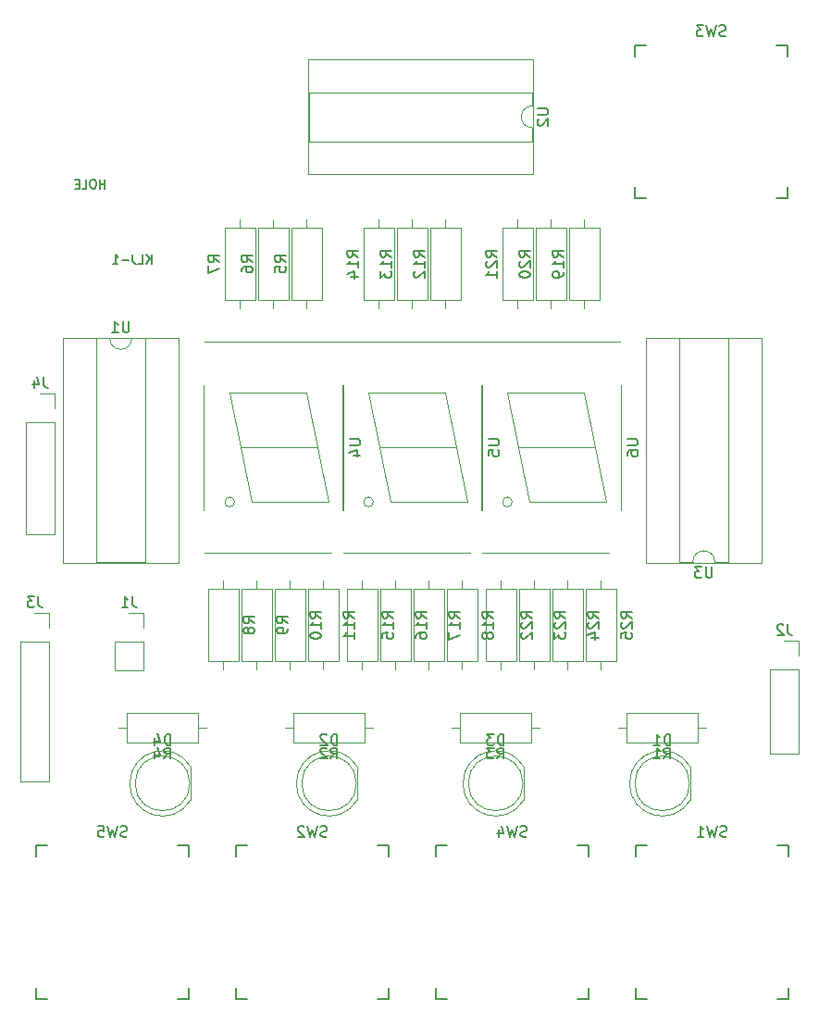
<source format=gbr>
%TF.GenerationSoftware,KiCad,Pcbnew,8.0.7*%
%TF.CreationDate,2024-12-12T20:06:27+02:00*%
%TF.ProjectId,circuit diagram,63697263-7569-4742-9064-69616772616d,rev?*%
%TF.SameCoordinates,Original*%
%TF.FileFunction,Legend,Bot*%
%TF.FilePolarity,Positive*%
%FSLAX46Y46*%
G04 Gerber Fmt 4.6, Leading zero omitted, Abs format (unit mm)*
G04 Created by KiCad (PCBNEW 8.0.7) date 2024-12-12 20:06:27*
%MOMM*%
%LPD*%
G01*
G04 APERTURE LIST*
%ADD10C,0.150000*%
%ADD11C,0.152400*%
%ADD12C,0.120000*%
G04 APERTURE END LIST*
D10*
X44362666Y-97058819D02*
X44695999Y-96582628D01*
X44934094Y-97058819D02*
X44934094Y-96058819D01*
X44934094Y-96058819D02*
X44553142Y-96058819D01*
X44553142Y-96058819D02*
X44457904Y-96106438D01*
X44457904Y-96106438D02*
X44410285Y-96154057D01*
X44410285Y-96154057D02*
X44362666Y-96249295D01*
X44362666Y-96249295D02*
X44362666Y-96392152D01*
X44362666Y-96392152D02*
X44410285Y-96487390D01*
X44410285Y-96487390D02*
X44457904Y-96535009D01*
X44457904Y-96535009D02*
X44553142Y-96582628D01*
X44553142Y-96582628D02*
X44934094Y-96582628D01*
X43505523Y-96392152D02*
X43505523Y-97058819D01*
X43743618Y-96011200D02*
X43981713Y-96725485D01*
X43981713Y-96725485D02*
X43362666Y-96725485D01*
X61752819Y-84193142D02*
X61276628Y-83859809D01*
X61752819Y-83621714D02*
X60752819Y-83621714D01*
X60752819Y-83621714D02*
X60752819Y-84002666D01*
X60752819Y-84002666D02*
X60800438Y-84097904D01*
X60800438Y-84097904D02*
X60848057Y-84145523D01*
X60848057Y-84145523D02*
X60943295Y-84193142D01*
X60943295Y-84193142D02*
X61086152Y-84193142D01*
X61086152Y-84193142D02*
X61181390Y-84145523D01*
X61181390Y-84145523D02*
X61229009Y-84097904D01*
X61229009Y-84097904D02*
X61276628Y-84002666D01*
X61276628Y-84002666D02*
X61276628Y-83621714D01*
X61752819Y-85145523D02*
X61752819Y-84574095D01*
X61752819Y-84859809D02*
X60752819Y-84859809D01*
X60752819Y-84859809D02*
X60895676Y-84764571D01*
X60895676Y-84764571D02*
X60990914Y-84669333D01*
X60990914Y-84669333D02*
X61038533Y-84574095D01*
X61752819Y-86097904D02*
X61752819Y-85526476D01*
X61752819Y-85812190D02*
X60752819Y-85812190D01*
X60752819Y-85812190D02*
X60895676Y-85716952D01*
X60895676Y-85716952D02*
X60990914Y-85621714D01*
X60990914Y-85621714D02*
X61038533Y-85526476D01*
X74010819Y-67818095D02*
X74820342Y-67818095D01*
X74820342Y-67818095D02*
X74915580Y-67865714D01*
X74915580Y-67865714D02*
X74963200Y-67913333D01*
X74963200Y-67913333D02*
X75010819Y-68008571D01*
X75010819Y-68008571D02*
X75010819Y-68199047D01*
X75010819Y-68199047D02*
X74963200Y-68294285D01*
X74963200Y-68294285D02*
X74915580Y-68341904D01*
X74915580Y-68341904D02*
X74820342Y-68389523D01*
X74820342Y-68389523D02*
X74010819Y-68389523D01*
X74010819Y-69341904D02*
X74010819Y-68865714D01*
X74010819Y-68865714D02*
X74487009Y-68818095D01*
X74487009Y-68818095D02*
X74439390Y-68865714D01*
X74439390Y-68865714D02*
X74391771Y-68960952D01*
X74391771Y-68960952D02*
X74391771Y-69199047D01*
X74391771Y-69199047D02*
X74439390Y-69294285D01*
X74439390Y-69294285D02*
X74487009Y-69341904D01*
X74487009Y-69341904D02*
X74582247Y-69389523D01*
X74582247Y-69389523D02*
X74820342Y-69389523D01*
X74820342Y-69389523D02*
X74915580Y-69341904D01*
X74915580Y-69341904D02*
X74963200Y-69294285D01*
X74963200Y-69294285D02*
X75010819Y-69199047D01*
X75010819Y-69199047D02*
X75010819Y-68960952D01*
X75010819Y-68960952D02*
X74963200Y-68865714D01*
X74963200Y-68865714D02*
X74915580Y-68818095D01*
X86710819Y-67818095D02*
X87520342Y-67818095D01*
X87520342Y-67818095D02*
X87615580Y-67865714D01*
X87615580Y-67865714D02*
X87663200Y-67913333D01*
X87663200Y-67913333D02*
X87710819Y-68008571D01*
X87710819Y-68008571D02*
X87710819Y-68199047D01*
X87710819Y-68199047D02*
X87663200Y-68294285D01*
X87663200Y-68294285D02*
X87615580Y-68341904D01*
X87615580Y-68341904D02*
X87520342Y-68389523D01*
X87520342Y-68389523D02*
X86710819Y-68389523D01*
X86710819Y-69294285D02*
X86710819Y-69103809D01*
X86710819Y-69103809D02*
X86758438Y-69008571D01*
X86758438Y-69008571D02*
X86806057Y-68960952D01*
X86806057Y-68960952D02*
X86948914Y-68865714D01*
X86948914Y-68865714D02*
X87139390Y-68818095D01*
X87139390Y-68818095D02*
X87520342Y-68818095D01*
X87520342Y-68818095D02*
X87615580Y-68865714D01*
X87615580Y-68865714D02*
X87663200Y-68913333D01*
X87663200Y-68913333D02*
X87710819Y-69008571D01*
X87710819Y-69008571D02*
X87710819Y-69199047D01*
X87710819Y-69199047D02*
X87663200Y-69294285D01*
X87663200Y-69294285D02*
X87615580Y-69341904D01*
X87615580Y-69341904D02*
X87520342Y-69389523D01*
X87520342Y-69389523D02*
X87282247Y-69389523D01*
X87282247Y-69389523D02*
X87187009Y-69341904D01*
X87187009Y-69341904D02*
X87139390Y-69294285D01*
X87139390Y-69294285D02*
X87091771Y-69199047D01*
X87091771Y-69199047D02*
X87091771Y-69008571D01*
X87091771Y-69008571D02*
X87139390Y-68913333D01*
X87139390Y-68913333D02*
X87187009Y-68865714D01*
X87187009Y-68865714D02*
X87282247Y-68818095D01*
X58704819Y-84193142D02*
X58228628Y-83859809D01*
X58704819Y-83621714D02*
X57704819Y-83621714D01*
X57704819Y-83621714D02*
X57704819Y-84002666D01*
X57704819Y-84002666D02*
X57752438Y-84097904D01*
X57752438Y-84097904D02*
X57800057Y-84145523D01*
X57800057Y-84145523D02*
X57895295Y-84193142D01*
X57895295Y-84193142D02*
X58038152Y-84193142D01*
X58038152Y-84193142D02*
X58133390Y-84145523D01*
X58133390Y-84145523D02*
X58181009Y-84097904D01*
X58181009Y-84097904D02*
X58228628Y-84002666D01*
X58228628Y-84002666D02*
X58228628Y-83621714D01*
X58704819Y-85145523D02*
X58704819Y-84574095D01*
X58704819Y-84859809D02*
X57704819Y-84859809D01*
X57704819Y-84859809D02*
X57847676Y-84764571D01*
X57847676Y-84764571D02*
X57942914Y-84669333D01*
X57942914Y-84669333D02*
X57990533Y-84574095D01*
X57704819Y-85764571D02*
X57704819Y-85859809D01*
X57704819Y-85859809D02*
X57752438Y-85955047D01*
X57752438Y-85955047D02*
X57800057Y-86002666D01*
X57800057Y-86002666D02*
X57895295Y-86050285D01*
X57895295Y-86050285D02*
X58085771Y-86097904D01*
X58085771Y-86097904D02*
X58323866Y-86097904D01*
X58323866Y-86097904D02*
X58514342Y-86050285D01*
X58514342Y-86050285D02*
X58609580Y-86002666D01*
X58609580Y-86002666D02*
X58657200Y-85955047D01*
X58657200Y-85955047D02*
X58704819Y-85859809D01*
X58704819Y-85859809D02*
X58704819Y-85764571D01*
X58704819Y-85764571D02*
X58657200Y-85669333D01*
X58657200Y-85669333D02*
X58609580Y-85621714D01*
X58609580Y-85621714D02*
X58514342Y-85574095D01*
X58514342Y-85574095D02*
X58323866Y-85526476D01*
X58323866Y-85526476D02*
X58085771Y-85526476D01*
X58085771Y-85526476D02*
X57895295Y-85574095D01*
X57895295Y-85574095D02*
X57800057Y-85621714D01*
X57800057Y-85621714D02*
X57752438Y-85669333D01*
X57752438Y-85669333D02*
X57704819Y-85764571D01*
D11*
X43184964Y-51777731D02*
X43184964Y-50964931D01*
X42720507Y-51777731D02*
X43068849Y-51313274D01*
X42720507Y-50964931D02*
X43184964Y-51429388D01*
X41985116Y-51777731D02*
X42372164Y-51777731D01*
X42372164Y-51777731D02*
X42372164Y-50964931D01*
X41481954Y-50964931D02*
X41481954Y-51545503D01*
X41481954Y-51545503D02*
X41520659Y-51661617D01*
X41520659Y-51661617D02*
X41598068Y-51739027D01*
X41598068Y-51739027D02*
X41714183Y-51777731D01*
X41714183Y-51777731D02*
X41791592Y-51777731D01*
X41094907Y-51468093D02*
X40475631Y-51468093D01*
X39662830Y-51777731D02*
X40127287Y-51777731D01*
X39895059Y-51777731D02*
X39895059Y-50964931D01*
X39895059Y-50964931D02*
X39972468Y-51081046D01*
X39972468Y-51081046D02*
X40049878Y-51158455D01*
X40049878Y-51158455D02*
X40127287Y-51197160D01*
X38946666Y-44913351D02*
X38946666Y-44100551D01*
X38946666Y-44487599D02*
X38482209Y-44487599D01*
X38482209Y-44913351D02*
X38482209Y-44100551D01*
X37940342Y-44100551D02*
X37785523Y-44100551D01*
X37785523Y-44100551D02*
X37708113Y-44139256D01*
X37708113Y-44139256D02*
X37630704Y-44216666D01*
X37630704Y-44216666D02*
X37591999Y-44371485D01*
X37591999Y-44371485D02*
X37591999Y-44642418D01*
X37591999Y-44642418D02*
X37630704Y-44797237D01*
X37630704Y-44797237D02*
X37708113Y-44874647D01*
X37708113Y-44874647D02*
X37785523Y-44913351D01*
X37785523Y-44913351D02*
X37940342Y-44913351D01*
X37940342Y-44913351D02*
X38017751Y-44874647D01*
X38017751Y-44874647D02*
X38095161Y-44797237D01*
X38095161Y-44797237D02*
X38133865Y-44642418D01*
X38133865Y-44642418D02*
X38133865Y-44371485D01*
X38133865Y-44371485D02*
X38095161Y-44216666D01*
X38095161Y-44216666D02*
X38017751Y-44139256D01*
X38017751Y-44139256D02*
X37940342Y-44100551D01*
X36856608Y-44913351D02*
X37243656Y-44913351D01*
X37243656Y-44913351D02*
X37243656Y-44100551D01*
X36585675Y-44487599D02*
X36314741Y-44487599D01*
X36198627Y-44913351D02*
X36585675Y-44913351D01*
X36585675Y-44913351D02*
X36585675Y-44100551D01*
X36585675Y-44100551D02*
X36198627Y-44100551D01*
D10*
X95733332Y-30956200D02*
X95590475Y-31003819D01*
X95590475Y-31003819D02*
X95352380Y-31003819D01*
X95352380Y-31003819D02*
X95257142Y-30956200D01*
X95257142Y-30956200D02*
X95209523Y-30908580D01*
X95209523Y-30908580D02*
X95161904Y-30813342D01*
X95161904Y-30813342D02*
X95161904Y-30718104D01*
X95161904Y-30718104D02*
X95209523Y-30622866D01*
X95209523Y-30622866D02*
X95257142Y-30575247D01*
X95257142Y-30575247D02*
X95352380Y-30527628D01*
X95352380Y-30527628D02*
X95542856Y-30480009D01*
X95542856Y-30480009D02*
X95638094Y-30432390D01*
X95638094Y-30432390D02*
X95685713Y-30384771D01*
X95685713Y-30384771D02*
X95733332Y-30289533D01*
X95733332Y-30289533D02*
X95733332Y-30194295D01*
X95733332Y-30194295D02*
X95685713Y-30099057D01*
X95685713Y-30099057D02*
X95638094Y-30051438D01*
X95638094Y-30051438D02*
X95542856Y-30003819D01*
X95542856Y-30003819D02*
X95304761Y-30003819D01*
X95304761Y-30003819D02*
X95161904Y-30051438D01*
X94828570Y-30003819D02*
X94590475Y-31003819D01*
X94590475Y-31003819D02*
X94399999Y-30289533D01*
X94399999Y-30289533D02*
X94209523Y-31003819D01*
X94209523Y-31003819D02*
X93971428Y-30003819D01*
X93685713Y-30003819D02*
X93066666Y-30003819D01*
X93066666Y-30003819D02*
X93399999Y-30384771D01*
X93399999Y-30384771D02*
X93257142Y-30384771D01*
X93257142Y-30384771D02*
X93161904Y-30432390D01*
X93161904Y-30432390D02*
X93114285Y-30480009D01*
X93114285Y-30480009D02*
X93066666Y-30575247D01*
X93066666Y-30575247D02*
X93066666Y-30813342D01*
X93066666Y-30813342D02*
X93114285Y-30908580D01*
X93114285Y-30908580D02*
X93161904Y-30956200D01*
X93161904Y-30956200D02*
X93257142Y-31003819D01*
X93257142Y-31003819D02*
X93542856Y-31003819D01*
X93542856Y-31003819D02*
X93638094Y-30956200D01*
X93638094Y-30956200D02*
X93685713Y-30908580D01*
X33353333Y-62153819D02*
X33353333Y-62868104D01*
X33353333Y-62868104D02*
X33400952Y-63010961D01*
X33400952Y-63010961D02*
X33496190Y-63106200D01*
X33496190Y-63106200D02*
X33639047Y-63153819D01*
X33639047Y-63153819D02*
X33734285Y-63153819D01*
X32448571Y-62487152D02*
X32448571Y-63153819D01*
X32686666Y-62106200D02*
X32924761Y-62820485D01*
X32924761Y-62820485D02*
X32305714Y-62820485D01*
X81056819Y-84193142D02*
X80580628Y-83859809D01*
X81056819Y-83621714D02*
X80056819Y-83621714D01*
X80056819Y-83621714D02*
X80056819Y-84002666D01*
X80056819Y-84002666D02*
X80104438Y-84097904D01*
X80104438Y-84097904D02*
X80152057Y-84145523D01*
X80152057Y-84145523D02*
X80247295Y-84193142D01*
X80247295Y-84193142D02*
X80390152Y-84193142D01*
X80390152Y-84193142D02*
X80485390Y-84145523D01*
X80485390Y-84145523D02*
X80533009Y-84097904D01*
X80533009Y-84097904D02*
X80580628Y-84002666D01*
X80580628Y-84002666D02*
X80580628Y-83621714D01*
X80152057Y-84574095D02*
X80104438Y-84621714D01*
X80104438Y-84621714D02*
X80056819Y-84716952D01*
X80056819Y-84716952D02*
X80056819Y-84955047D01*
X80056819Y-84955047D02*
X80104438Y-85050285D01*
X80104438Y-85050285D02*
X80152057Y-85097904D01*
X80152057Y-85097904D02*
X80247295Y-85145523D01*
X80247295Y-85145523D02*
X80342533Y-85145523D01*
X80342533Y-85145523D02*
X80485390Y-85097904D01*
X80485390Y-85097904D02*
X81056819Y-84526476D01*
X81056819Y-84526476D02*
X81056819Y-85145523D01*
X80056819Y-85478857D02*
X80056819Y-86097904D01*
X80056819Y-86097904D02*
X80437771Y-85764571D01*
X80437771Y-85764571D02*
X80437771Y-85907428D01*
X80437771Y-85907428D02*
X80485390Y-86002666D01*
X80485390Y-86002666D02*
X80533009Y-86050285D01*
X80533009Y-86050285D02*
X80628247Y-86097904D01*
X80628247Y-86097904D02*
X80866342Y-86097904D01*
X80866342Y-86097904D02*
X80961580Y-86050285D01*
X80961580Y-86050285D02*
X81009200Y-86002666D01*
X81009200Y-86002666D02*
X81056819Y-85907428D01*
X81056819Y-85907428D02*
X81056819Y-85621714D01*
X81056819Y-85621714D02*
X81009200Y-85526476D01*
X81009200Y-85526476D02*
X80961580Y-85478857D01*
X44939094Y-95808819D02*
X44939094Y-94808819D01*
X44939094Y-94808819D02*
X44700999Y-94808819D01*
X44700999Y-94808819D02*
X44558142Y-94856438D01*
X44558142Y-94856438D02*
X44462904Y-94951676D01*
X44462904Y-94951676D02*
X44415285Y-95046914D01*
X44415285Y-95046914D02*
X44367666Y-95237390D01*
X44367666Y-95237390D02*
X44367666Y-95380247D01*
X44367666Y-95380247D02*
X44415285Y-95570723D01*
X44415285Y-95570723D02*
X44462904Y-95665961D01*
X44462904Y-95665961D02*
X44558142Y-95761200D01*
X44558142Y-95761200D02*
X44700999Y-95808819D01*
X44700999Y-95808819D02*
X44939094Y-95808819D01*
X43510523Y-95142152D02*
X43510523Y-95808819D01*
X43748618Y-94761200D02*
X43986713Y-95475485D01*
X43986713Y-95475485D02*
X43367666Y-95475485D01*
X61310819Y-67818095D02*
X62120342Y-67818095D01*
X62120342Y-67818095D02*
X62215580Y-67865714D01*
X62215580Y-67865714D02*
X62263200Y-67913333D01*
X62263200Y-67913333D02*
X62310819Y-68008571D01*
X62310819Y-68008571D02*
X62310819Y-68199047D01*
X62310819Y-68199047D02*
X62263200Y-68294285D01*
X62263200Y-68294285D02*
X62215580Y-68341904D01*
X62215580Y-68341904D02*
X62120342Y-68389523D01*
X62120342Y-68389523D02*
X61310819Y-68389523D01*
X61644152Y-69294285D02*
X62310819Y-69294285D01*
X61263200Y-69056190D02*
X61977485Y-68818095D01*
X61977485Y-68818095D02*
X61977485Y-69437142D01*
X59602666Y-97058819D02*
X59935999Y-96582628D01*
X60174094Y-97058819D02*
X60174094Y-96058819D01*
X60174094Y-96058819D02*
X59793142Y-96058819D01*
X59793142Y-96058819D02*
X59697904Y-96106438D01*
X59697904Y-96106438D02*
X59650285Y-96154057D01*
X59650285Y-96154057D02*
X59602666Y-96249295D01*
X59602666Y-96249295D02*
X59602666Y-96392152D01*
X59602666Y-96392152D02*
X59650285Y-96487390D01*
X59650285Y-96487390D02*
X59697904Y-96535009D01*
X59697904Y-96535009D02*
X59793142Y-96582628D01*
X59793142Y-96582628D02*
X60174094Y-96582628D01*
X59221713Y-96154057D02*
X59174094Y-96106438D01*
X59174094Y-96106438D02*
X59078856Y-96058819D01*
X59078856Y-96058819D02*
X58840761Y-96058819D01*
X58840761Y-96058819D02*
X58745523Y-96106438D01*
X58745523Y-96106438D02*
X58697904Y-96154057D01*
X58697904Y-96154057D02*
X58650285Y-96249295D01*
X58650285Y-96249295D02*
X58650285Y-96344533D01*
X58650285Y-96344533D02*
X58697904Y-96487390D01*
X58697904Y-96487390D02*
X59269332Y-97058819D01*
X59269332Y-97058819D02*
X58650285Y-97058819D01*
X55488819Y-51649333D02*
X55012628Y-51316000D01*
X55488819Y-51077905D02*
X54488819Y-51077905D01*
X54488819Y-51077905D02*
X54488819Y-51458857D01*
X54488819Y-51458857D02*
X54536438Y-51554095D01*
X54536438Y-51554095D02*
X54584057Y-51601714D01*
X54584057Y-51601714D02*
X54679295Y-51649333D01*
X54679295Y-51649333D02*
X54822152Y-51649333D01*
X54822152Y-51649333D02*
X54917390Y-51601714D01*
X54917390Y-51601714D02*
X54965009Y-51554095D01*
X54965009Y-51554095D02*
X55012628Y-51458857D01*
X55012628Y-51458857D02*
X55012628Y-51077905D01*
X54488819Y-52554095D02*
X54488819Y-52077905D01*
X54488819Y-52077905D02*
X54965009Y-52030286D01*
X54965009Y-52030286D02*
X54917390Y-52077905D01*
X54917390Y-52077905D02*
X54869771Y-52173143D01*
X54869771Y-52173143D02*
X54869771Y-52411238D01*
X54869771Y-52411238D02*
X54917390Y-52506476D01*
X54917390Y-52506476D02*
X54965009Y-52554095D01*
X54965009Y-52554095D02*
X55060247Y-52601714D01*
X55060247Y-52601714D02*
X55298342Y-52601714D01*
X55298342Y-52601714D02*
X55393580Y-52554095D01*
X55393580Y-52554095D02*
X55441200Y-52506476D01*
X55441200Y-52506476D02*
X55488819Y-52411238D01*
X55488819Y-52411238D02*
X55488819Y-52173143D01*
X55488819Y-52173143D02*
X55441200Y-52077905D01*
X55441200Y-52077905D02*
X55393580Y-52030286D01*
X59245332Y-104166200D02*
X59102475Y-104213819D01*
X59102475Y-104213819D02*
X58864380Y-104213819D01*
X58864380Y-104213819D02*
X58769142Y-104166200D01*
X58769142Y-104166200D02*
X58721523Y-104118580D01*
X58721523Y-104118580D02*
X58673904Y-104023342D01*
X58673904Y-104023342D02*
X58673904Y-103928104D01*
X58673904Y-103928104D02*
X58721523Y-103832866D01*
X58721523Y-103832866D02*
X58769142Y-103785247D01*
X58769142Y-103785247D02*
X58864380Y-103737628D01*
X58864380Y-103737628D02*
X59054856Y-103690009D01*
X59054856Y-103690009D02*
X59150094Y-103642390D01*
X59150094Y-103642390D02*
X59197713Y-103594771D01*
X59197713Y-103594771D02*
X59245332Y-103499533D01*
X59245332Y-103499533D02*
X59245332Y-103404295D01*
X59245332Y-103404295D02*
X59197713Y-103309057D01*
X59197713Y-103309057D02*
X59150094Y-103261438D01*
X59150094Y-103261438D02*
X59054856Y-103213819D01*
X59054856Y-103213819D02*
X58816761Y-103213819D01*
X58816761Y-103213819D02*
X58673904Y-103261438D01*
X58340570Y-103213819D02*
X58102475Y-104213819D01*
X58102475Y-104213819D02*
X57911999Y-103499533D01*
X57911999Y-103499533D02*
X57721523Y-104213819D01*
X57721523Y-104213819D02*
X57483428Y-103213819D01*
X57150094Y-103309057D02*
X57102475Y-103261438D01*
X57102475Y-103261438D02*
X57007237Y-103213819D01*
X57007237Y-103213819D02*
X56769142Y-103213819D01*
X56769142Y-103213819D02*
X56673904Y-103261438D01*
X56673904Y-103261438D02*
X56626285Y-103309057D01*
X56626285Y-103309057D02*
X56578666Y-103404295D01*
X56578666Y-103404295D02*
X56578666Y-103499533D01*
X56578666Y-103499533D02*
X56626285Y-103642390D01*
X56626285Y-103642390D02*
X57197713Y-104213819D01*
X57197713Y-104213819D02*
X56578666Y-104213819D01*
X52440819Y-51649333D02*
X51964628Y-51316000D01*
X52440819Y-51077905D02*
X51440819Y-51077905D01*
X51440819Y-51077905D02*
X51440819Y-51458857D01*
X51440819Y-51458857D02*
X51488438Y-51554095D01*
X51488438Y-51554095D02*
X51536057Y-51601714D01*
X51536057Y-51601714D02*
X51631295Y-51649333D01*
X51631295Y-51649333D02*
X51774152Y-51649333D01*
X51774152Y-51649333D02*
X51869390Y-51601714D01*
X51869390Y-51601714D02*
X51917009Y-51554095D01*
X51917009Y-51554095D02*
X51964628Y-51458857D01*
X51964628Y-51458857D02*
X51964628Y-51077905D01*
X51440819Y-52506476D02*
X51440819Y-52316000D01*
X51440819Y-52316000D02*
X51488438Y-52220762D01*
X51488438Y-52220762D02*
X51536057Y-52173143D01*
X51536057Y-52173143D02*
X51678914Y-52077905D01*
X51678914Y-52077905D02*
X51869390Y-52030286D01*
X51869390Y-52030286D02*
X52250342Y-52030286D01*
X52250342Y-52030286D02*
X52345580Y-52077905D01*
X52345580Y-52077905D02*
X52393200Y-52125524D01*
X52393200Y-52125524D02*
X52440819Y-52220762D01*
X52440819Y-52220762D02*
X52440819Y-52411238D01*
X52440819Y-52411238D02*
X52393200Y-52506476D01*
X52393200Y-52506476D02*
X52345580Y-52554095D01*
X52345580Y-52554095D02*
X52250342Y-52601714D01*
X52250342Y-52601714D02*
X52012247Y-52601714D01*
X52012247Y-52601714D02*
X51917009Y-52554095D01*
X51917009Y-52554095D02*
X51869390Y-52506476D01*
X51869390Y-52506476D02*
X51821771Y-52411238D01*
X51821771Y-52411238D02*
X51821771Y-52220762D01*
X51821771Y-52220762D02*
X51869390Y-52125524D01*
X51869390Y-52125524D02*
X51917009Y-52077905D01*
X51917009Y-52077905D02*
X52012247Y-52030286D01*
X74792819Y-51173142D02*
X74316628Y-50839809D01*
X74792819Y-50601714D02*
X73792819Y-50601714D01*
X73792819Y-50601714D02*
X73792819Y-50982666D01*
X73792819Y-50982666D02*
X73840438Y-51077904D01*
X73840438Y-51077904D02*
X73888057Y-51125523D01*
X73888057Y-51125523D02*
X73983295Y-51173142D01*
X73983295Y-51173142D02*
X74126152Y-51173142D01*
X74126152Y-51173142D02*
X74221390Y-51125523D01*
X74221390Y-51125523D02*
X74269009Y-51077904D01*
X74269009Y-51077904D02*
X74316628Y-50982666D01*
X74316628Y-50982666D02*
X74316628Y-50601714D01*
X73888057Y-51554095D02*
X73840438Y-51601714D01*
X73840438Y-51601714D02*
X73792819Y-51696952D01*
X73792819Y-51696952D02*
X73792819Y-51935047D01*
X73792819Y-51935047D02*
X73840438Y-52030285D01*
X73840438Y-52030285D02*
X73888057Y-52077904D01*
X73888057Y-52077904D02*
X73983295Y-52125523D01*
X73983295Y-52125523D02*
X74078533Y-52125523D01*
X74078533Y-52125523D02*
X74221390Y-52077904D01*
X74221390Y-52077904D02*
X74792819Y-51506476D01*
X74792819Y-51506476D02*
X74792819Y-52125523D01*
X74792819Y-53077904D02*
X74792819Y-52506476D01*
X74792819Y-52792190D02*
X73792819Y-52792190D01*
X73792819Y-52792190D02*
X73935676Y-52696952D01*
X73935676Y-52696952D02*
X74030914Y-52601714D01*
X74030914Y-52601714D02*
X74078533Y-52506476D01*
X74452819Y-84193142D02*
X73976628Y-83859809D01*
X74452819Y-83621714D02*
X73452819Y-83621714D01*
X73452819Y-83621714D02*
X73452819Y-84002666D01*
X73452819Y-84002666D02*
X73500438Y-84097904D01*
X73500438Y-84097904D02*
X73548057Y-84145523D01*
X73548057Y-84145523D02*
X73643295Y-84193142D01*
X73643295Y-84193142D02*
X73786152Y-84193142D01*
X73786152Y-84193142D02*
X73881390Y-84145523D01*
X73881390Y-84145523D02*
X73929009Y-84097904D01*
X73929009Y-84097904D02*
X73976628Y-84002666D01*
X73976628Y-84002666D02*
X73976628Y-83621714D01*
X74452819Y-85145523D02*
X74452819Y-84574095D01*
X74452819Y-84859809D02*
X73452819Y-84859809D01*
X73452819Y-84859809D02*
X73595676Y-84764571D01*
X73595676Y-84764571D02*
X73690914Y-84669333D01*
X73690914Y-84669333D02*
X73738533Y-84574095D01*
X73881390Y-85716952D02*
X73833771Y-85621714D01*
X73833771Y-85621714D02*
X73786152Y-85574095D01*
X73786152Y-85574095D02*
X73690914Y-85526476D01*
X73690914Y-85526476D02*
X73643295Y-85526476D01*
X73643295Y-85526476D02*
X73548057Y-85574095D01*
X73548057Y-85574095D02*
X73500438Y-85621714D01*
X73500438Y-85621714D02*
X73452819Y-85716952D01*
X73452819Y-85716952D02*
X73452819Y-85907428D01*
X73452819Y-85907428D02*
X73500438Y-86002666D01*
X73500438Y-86002666D02*
X73548057Y-86050285D01*
X73548057Y-86050285D02*
X73643295Y-86097904D01*
X73643295Y-86097904D02*
X73690914Y-86097904D01*
X73690914Y-86097904D02*
X73786152Y-86050285D01*
X73786152Y-86050285D02*
X73833771Y-86002666D01*
X73833771Y-86002666D02*
X73881390Y-85907428D01*
X73881390Y-85907428D02*
X73881390Y-85716952D01*
X73881390Y-85716952D02*
X73929009Y-85621714D01*
X73929009Y-85621714D02*
X73976628Y-85574095D01*
X73976628Y-85574095D02*
X74071866Y-85526476D01*
X74071866Y-85526476D02*
X74262342Y-85526476D01*
X74262342Y-85526476D02*
X74357580Y-85574095D01*
X74357580Y-85574095D02*
X74405200Y-85621714D01*
X74405200Y-85621714D02*
X74452819Y-85716952D01*
X74452819Y-85716952D02*
X74452819Y-85907428D01*
X74452819Y-85907428D02*
X74405200Y-86002666D01*
X74405200Y-86002666D02*
X74357580Y-86050285D01*
X74357580Y-86050285D02*
X74262342Y-86097904D01*
X74262342Y-86097904D02*
X74071866Y-86097904D01*
X74071866Y-86097904D02*
X73976628Y-86050285D01*
X73976628Y-86050285D02*
X73929009Y-86002666D01*
X73929009Y-86002666D02*
X73881390Y-85907428D01*
X52608819Y-84669333D02*
X52132628Y-84336000D01*
X52608819Y-84097905D02*
X51608819Y-84097905D01*
X51608819Y-84097905D02*
X51608819Y-84478857D01*
X51608819Y-84478857D02*
X51656438Y-84574095D01*
X51656438Y-84574095D02*
X51704057Y-84621714D01*
X51704057Y-84621714D02*
X51799295Y-84669333D01*
X51799295Y-84669333D02*
X51942152Y-84669333D01*
X51942152Y-84669333D02*
X52037390Y-84621714D01*
X52037390Y-84621714D02*
X52085009Y-84574095D01*
X52085009Y-84574095D02*
X52132628Y-84478857D01*
X52132628Y-84478857D02*
X52132628Y-84097905D01*
X52037390Y-85240762D02*
X51989771Y-85145524D01*
X51989771Y-85145524D02*
X51942152Y-85097905D01*
X51942152Y-85097905D02*
X51846914Y-85050286D01*
X51846914Y-85050286D02*
X51799295Y-85050286D01*
X51799295Y-85050286D02*
X51704057Y-85097905D01*
X51704057Y-85097905D02*
X51656438Y-85145524D01*
X51656438Y-85145524D02*
X51608819Y-85240762D01*
X51608819Y-85240762D02*
X51608819Y-85431238D01*
X51608819Y-85431238D02*
X51656438Y-85526476D01*
X51656438Y-85526476D02*
X51704057Y-85574095D01*
X51704057Y-85574095D02*
X51799295Y-85621714D01*
X51799295Y-85621714D02*
X51846914Y-85621714D01*
X51846914Y-85621714D02*
X51942152Y-85574095D01*
X51942152Y-85574095D02*
X51989771Y-85526476D01*
X51989771Y-85526476D02*
X52037390Y-85431238D01*
X52037390Y-85431238D02*
X52037390Y-85240762D01*
X52037390Y-85240762D02*
X52085009Y-85145524D01*
X52085009Y-85145524D02*
X52132628Y-85097905D01*
X52132628Y-85097905D02*
X52227866Y-85050286D01*
X52227866Y-85050286D02*
X52418342Y-85050286D01*
X52418342Y-85050286D02*
X52513580Y-85097905D01*
X52513580Y-85097905D02*
X52561200Y-85145524D01*
X52561200Y-85145524D02*
X52608819Y-85240762D01*
X52608819Y-85240762D02*
X52608819Y-85431238D01*
X52608819Y-85431238D02*
X52561200Y-85526476D01*
X52561200Y-85526476D02*
X52513580Y-85574095D01*
X52513580Y-85574095D02*
X52418342Y-85621714D01*
X52418342Y-85621714D02*
X52227866Y-85621714D01*
X52227866Y-85621714D02*
X52132628Y-85574095D01*
X52132628Y-85574095D02*
X52085009Y-85526476D01*
X52085009Y-85526476D02*
X52037390Y-85431238D01*
X77533332Y-104166200D02*
X77390475Y-104213819D01*
X77390475Y-104213819D02*
X77152380Y-104213819D01*
X77152380Y-104213819D02*
X77057142Y-104166200D01*
X77057142Y-104166200D02*
X77009523Y-104118580D01*
X77009523Y-104118580D02*
X76961904Y-104023342D01*
X76961904Y-104023342D02*
X76961904Y-103928104D01*
X76961904Y-103928104D02*
X77009523Y-103832866D01*
X77009523Y-103832866D02*
X77057142Y-103785247D01*
X77057142Y-103785247D02*
X77152380Y-103737628D01*
X77152380Y-103737628D02*
X77342856Y-103690009D01*
X77342856Y-103690009D02*
X77438094Y-103642390D01*
X77438094Y-103642390D02*
X77485713Y-103594771D01*
X77485713Y-103594771D02*
X77533332Y-103499533D01*
X77533332Y-103499533D02*
X77533332Y-103404295D01*
X77533332Y-103404295D02*
X77485713Y-103309057D01*
X77485713Y-103309057D02*
X77438094Y-103261438D01*
X77438094Y-103261438D02*
X77342856Y-103213819D01*
X77342856Y-103213819D02*
X77104761Y-103213819D01*
X77104761Y-103213819D02*
X76961904Y-103261438D01*
X76628570Y-103213819D02*
X76390475Y-104213819D01*
X76390475Y-104213819D02*
X76199999Y-103499533D01*
X76199999Y-103499533D02*
X76009523Y-104213819D01*
X76009523Y-104213819D02*
X75771428Y-103213819D01*
X74961904Y-103547152D02*
X74961904Y-104213819D01*
X75199999Y-103166200D02*
X75438094Y-103880485D01*
X75438094Y-103880485D02*
X74819047Y-103880485D01*
X65140819Y-51173142D02*
X64664628Y-50839809D01*
X65140819Y-50601714D02*
X64140819Y-50601714D01*
X64140819Y-50601714D02*
X64140819Y-50982666D01*
X64140819Y-50982666D02*
X64188438Y-51077904D01*
X64188438Y-51077904D02*
X64236057Y-51125523D01*
X64236057Y-51125523D02*
X64331295Y-51173142D01*
X64331295Y-51173142D02*
X64474152Y-51173142D01*
X64474152Y-51173142D02*
X64569390Y-51125523D01*
X64569390Y-51125523D02*
X64617009Y-51077904D01*
X64617009Y-51077904D02*
X64664628Y-50982666D01*
X64664628Y-50982666D02*
X64664628Y-50601714D01*
X65140819Y-52125523D02*
X65140819Y-51554095D01*
X65140819Y-51839809D02*
X64140819Y-51839809D01*
X64140819Y-51839809D02*
X64283676Y-51744571D01*
X64283676Y-51744571D02*
X64378914Y-51649333D01*
X64378914Y-51649333D02*
X64426533Y-51554095D01*
X64140819Y-52458857D02*
X64140819Y-53077904D01*
X64140819Y-53077904D02*
X64521771Y-52744571D01*
X64521771Y-52744571D02*
X64521771Y-52887428D01*
X64521771Y-52887428D02*
X64569390Y-52982666D01*
X64569390Y-52982666D02*
X64617009Y-53030285D01*
X64617009Y-53030285D02*
X64712247Y-53077904D01*
X64712247Y-53077904D02*
X64950342Y-53077904D01*
X64950342Y-53077904D02*
X65045580Y-53030285D01*
X65045580Y-53030285D02*
X65093200Y-52982666D01*
X65093200Y-52982666D02*
X65140819Y-52887428D01*
X65140819Y-52887428D02*
X65140819Y-52601714D01*
X65140819Y-52601714D02*
X65093200Y-52506476D01*
X65093200Y-52506476D02*
X65045580Y-52458857D01*
X65308819Y-84193142D02*
X64832628Y-83859809D01*
X65308819Y-83621714D02*
X64308819Y-83621714D01*
X64308819Y-83621714D02*
X64308819Y-84002666D01*
X64308819Y-84002666D02*
X64356438Y-84097904D01*
X64356438Y-84097904D02*
X64404057Y-84145523D01*
X64404057Y-84145523D02*
X64499295Y-84193142D01*
X64499295Y-84193142D02*
X64642152Y-84193142D01*
X64642152Y-84193142D02*
X64737390Y-84145523D01*
X64737390Y-84145523D02*
X64785009Y-84097904D01*
X64785009Y-84097904D02*
X64832628Y-84002666D01*
X64832628Y-84002666D02*
X64832628Y-83621714D01*
X65308819Y-85145523D02*
X65308819Y-84574095D01*
X65308819Y-84859809D02*
X64308819Y-84859809D01*
X64308819Y-84859809D02*
X64451676Y-84764571D01*
X64451676Y-84764571D02*
X64546914Y-84669333D01*
X64546914Y-84669333D02*
X64594533Y-84574095D01*
X64308819Y-86050285D02*
X64308819Y-85574095D01*
X64308819Y-85574095D02*
X64785009Y-85526476D01*
X64785009Y-85526476D02*
X64737390Y-85574095D01*
X64737390Y-85574095D02*
X64689771Y-85669333D01*
X64689771Y-85669333D02*
X64689771Y-85907428D01*
X64689771Y-85907428D02*
X64737390Y-86002666D01*
X64737390Y-86002666D02*
X64785009Y-86050285D01*
X64785009Y-86050285D02*
X64880247Y-86097904D01*
X64880247Y-86097904D02*
X65118342Y-86097904D01*
X65118342Y-86097904D02*
X65213580Y-86050285D01*
X65213580Y-86050285D02*
X65261200Y-86002666D01*
X65261200Y-86002666D02*
X65308819Y-85907428D01*
X65308819Y-85907428D02*
X65308819Y-85669333D01*
X65308819Y-85669333D02*
X65261200Y-85574095D01*
X65261200Y-85574095D02*
X65213580Y-85526476D01*
X60179094Y-95808819D02*
X60179094Y-94808819D01*
X60179094Y-94808819D02*
X59940999Y-94808819D01*
X59940999Y-94808819D02*
X59798142Y-94856438D01*
X59798142Y-94856438D02*
X59702904Y-94951676D01*
X59702904Y-94951676D02*
X59655285Y-95046914D01*
X59655285Y-95046914D02*
X59607666Y-95237390D01*
X59607666Y-95237390D02*
X59607666Y-95380247D01*
X59607666Y-95380247D02*
X59655285Y-95570723D01*
X59655285Y-95570723D02*
X59702904Y-95665961D01*
X59702904Y-95665961D02*
X59798142Y-95761200D01*
X59798142Y-95761200D02*
X59940999Y-95808819D01*
X59940999Y-95808819D02*
X60179094Y-95808819D01*
X59226713Y-94904057D02*
X59179094Y-94856438D01*
X59179094Y-94856438D02*
X59083856Y-94808819D01*
X59083856Y-94808819D02*
X58845761Y-94808819D01*
X58845761Y-94808819D02*
X58750523Y-94856438D01*
X58750523Y-94856438D02*
X58702904Y-94904057D01*
X58702904Y-94904057D02*
X58655285Y-94999295D01*
X58655285Y-94999295D02*
X58655285Y-95094533D01*
X58655285Y-95094533D02*
X58702904Y-95237390D01*
X58702904Y-95237390D02*
X59274332Y-95808819D01*
X59274332Y-95808819D02*
X58655285Y-95808819D01*
X90659094Y-95808819D02*
X90659094Y-94808819D01*
X90659094Y-94808819D02*
X90420999Y-94808819D01*
X90420999Y-94808819D02*
X90278142Y-94856438D01*
X90278142Y-94856438D02*
X90182904Y-94951676D01*
X90182904Y-94951676D02*
X90135285Y-95046914D01*
X90135285Y-95046914D02*
X90087666Y-95237390D01*
X90087666Y-95237390D02*
X90087666Y-95380247D01*
X90087666Y-95380247D02*
X90135285Y-95570723D01*
X90135285Y-95570723D02*
X90182904Y-95665961D01*
X90182904Y-95665961D02*
X90278142Y-95761200D01*
X90278142Y-95761200D02*
X90420999Y-95808819D01*
X90420999Y-95808819D02*
X90659094Y-95808819D01*
X89135285Y-95808819D02*
X89706713Y-95808819D01*
X89420999Y-95808819D02*
X89420999Y-94808819D01*
X89420999Y-94808819D02*
X89516237Y-94951676D01*
X89516237Y-94951676D02*
X89611475Y-95046914D01*
X89611475Y-95046914D02*
X89706713Y-95094533D01*
X94487904Y-79508819D02*
X94487904Y-80318342D01*
X94487904Y-80318342D02*
X94440285Y-80413580D01*
X94440285Y-80413580D02*
X94392666Y-80461200D01*
X94392666Y-80461200D02*
X94297428Y-80508819D01*
X94297428Y-80508819D02*
X94106952Y-80508819D01*
X94106952Y-80508819D02*
X94011714Y-80461200D01*
X94011714Y-80461200D02*
X93964095Y-80413580D01*
X93964095Y-80413580D02*
X93916476Y-80318342D01*
X93916476Y-80318342D02*
X93916476Y-79508819D01*
X93535523Y-79508819D02*
X92916476Y-79508819D01*
X92916476Y-79508819D02*
X93249809Y-79889771D01*
X93249809Y-79889771D02*
X93106952Y-79889771D01*
X93106952Y-79889771D02*
X93011714Y-79937390D01*
X93011714Y-79937390D02*
X92964095Y-79985009D01*
X92964095Y-79985009D02*
X92916476Y-80080247D01*
X92916476Y-80080247D02*
X92916476Y-80318342D01*
X92916476Y-80318342D02*
X92964095Y-80413580D01*
X92964095Y-80413580D02*
X93011714Y-80461200D01*
X93011714Y-80461200D02*
X93106952Y-80508819D01*
X93106952Y-80508819D02*
X93392666Y-80508819D01*
X93392666Y-80508819D02*
X93487904Y-80461200D01*
X93487904Y-80461200D02*
X93535523Y-80413580D01*
X68188819Y-51173142D02*
X67712628Y-50839809D01*
X68188819Y-50601714D02*
X67188819Y-50601714D01*
X67188819Y-50601714D02*
X67188819Y-50982666D01*
X67188819Y-50982666D02*
X67236438Y-51077904D01*
X67236438Y-51077904D02*
X67284057Y-51125523D01*
X67284057Y-51125523D02*
X67379295Y-51173142D01*
X67379295Y-51173142D02*
X67522152Y-51173142D01*
X67522152Y-51173142D02*
X67617390Y-51125523D01*
X67617390Y-51125523D02*
X67665009Y-51077904D01*
X67665009Y-51077904D02*
X67712628Y-50982666D01*
X67712628Y-50982666D02*
X67712628Y-50601714D01*
X68188819Y-52125523D02*
X68188819Y-51554095D01*
X68188819Y-51839809D02*
X67188819Y-51839809D01*
X67188819Y-51839809D02*
X67331676Y-51744571D01*
X67331676Y-51744571D02*
X67426914Y-51649333D01*
X67426914Y-51649333D02*
X67474533Y-51554095D01*
X67284057Y-52506476D02*
X67236438Y-52554095D01*
X67236438Y-52554095D02*
X67188819Y-52649333D01*
X67188819Y-52649333D02*
X67188819Y-52887428D01*
X67188819Y-52887428D02*
X67236438Y-52982666D01*
X67236438Y-52982666D02*
X67284057Y-53030285D01*
X67284057Y-53030285D02*
X67379295Y-53077904D01*
X67379295Y-53077904D02*
X67474533Y-53077904D01*
X67474533Y-53077904D02*
X67617390Y-53030285D01*
X67617390Y-53030285D02*
X68188819Y-52458857D01*
X68188819Y-52458857D02*
X68188819Y-53077904D01*
X49392819Y-51649333D02*
X48916628Y-51316000D01*
X49392819Y-51077905D02*
X48392819Y-51077905D01*
X48392819Y-51077905D02*
X48392819Y-51458857D01*
X48392819Y-51458857D02*
X48440438Y-51554095D01*
X48440438Y-51554095D02*
X48488057Y-51601714D01*
X48488057Y-51601714D02*
X48583295Y-51649333D01*
X48583295Y-51649333D02*
X48726152Y-51649333D01*
X48726152Y-51649333D02*
X48821390Y-51601714D01*
X48821390Y-51601714D02*
X48869009Y-51554095D01*
X48869009Y-51554095D02*
X48916628Y-51458857D01*
X48916628Y-51458857D02*
X48916628Y-51077905D01*
X48392819Y-51982667D02*
X48392819Y-52649333D01*
X48392819Y-52649333D02*
X49392819Y-52220762D01*
X41147904Y-57068819D02*
X41147904Y-57878342D01*
X41147904Y-57878342D02*
X41100285Y-57973580D01*
X41100285Y-57973580D02*
X41052666Y-58021200D01*
X41052666Y-58021200D02*
X40957428Y-58068819D01*
X40957428Y-58068819D02*
X40766952Y-58068819D01*
X40766952Y-58068819D02*
X40671714Y-58021200D01*
X40671714Y-58021200D02*
X40624095Y-57973580D01*
X40624095Y-57973580D02*
X40576476Y-57878342D01*
X40576476Y-57878342D02*
X40576476Y-57068819D01*
X39576476Y-58068819D02*
X40147904Y-58068819D01*
X39862190Y-58068819D02*
X39862190Y-57068819D01*
X39862190Y-57068819D02*
X39957428Y-57211676D01*
X39957428Y-57211676D02*
X40052666Y-57306914D01*
X40052666Y-57306914D02*
X40147904Y-57354533D01*
X95821332Y-104166200D02*
X95678475Y-104213819D01*
X95678475Y-104213819D02*
X95440380Y-104213819D01*
X95440380Y-104213819D02*
X95345142Y-104166200D01*
X95345142Y-104166200D02*
X95297523Y-104118580D01*
X95297523Y-104118580D02*
X95249904Y-104023342D01*
X95249904Y-104023342D02*
X95249904Y-103928104D01*
X95249904Y-103928104D02*
X95297523Y-103832866D01*
X95297523Y-103832866D02*
X95345142Y-103785247D01*
X95345142Y-103785247D02*
X95440380Y-103737628D01*
X95440380Y-103737628D02*
X95630856Y-103690009D01*
X95630856Y-103690009D02*
X95726094Y-103642390D01*
X95726094Y-103642390D02*
X95773713Y-103594771D01*
X95773713Y-103594771D02*
X95821332Y-103499533D01*
X95821332Y-103499533D02*
X95821332Y-103404295D01*
X95821332Y-103404295D02*
X95773713Y-103309057D01*
X95773713Y-103309057D02*
X95726094Y-103261438D01*
X95726094Y-103261438D02*
X95630856Y-103213819D01*
X95630856Y-103213819D02*
X95392761Y-103213819D01*
X95392761Y-103213819D02*
X95249904Y-103261438D01*
X94916570Y-103213819D02*
X94678475Y-104213819D01*
X94678475Y-104213819D02*
X94487999Y-103499533D01*
X94487999Y-103499533D02*
X94297523Y-104213819D01*
X94297523Y-104213819D02*
X94059428Y-103213819D01*
X93154666Y-104213819D02*
X93726094Y-104213819D01*
X93440380Y-104213819D02*
X93440380Y-103213819D01*
X93440380Y-103213819D02*
X93535618Y-103356676D01*
X93535618Y-103356676D02*
X93630856Y-103451914D01*
X93630856Y-103451914D02*
X93726094Y-103499533D01*
X74842666Y-97058819D02*
X75175999Y-96582628D01*
X75414094Y-97058819D02*
X75414094Y-96058819D01*
X75414094Y-96058819D02*
X75033142Y-96058819D01*
X75033142Y-96058819D02*
X74937904Y-96106438D01*
X74937904Y-96106438D02*
X74890285Y-96154057D01*
X74890285Y-96154057D02*
X74842666Y-96249295D01*
X74842666Y-96249295D02*
X74842666Y-96392152D01*
X74842666Y-96392152D02*
X74890285Y-96487390D01*
X74890285Y-96487390D02*
X74937904Y-96535009D01*
X74937904Y-96535009D02*
X75033142Y-96582628D01*
X75033142Y-96582628D02*
X75414094Y-96582628D01*
X74509332Y-96058819D02*
X73890285Y-96058819D01*
X73890285Y-96058819D02*
X74223618Y-96439771D01*
X74223618Y-96439771D02*
X74080761Y-96439771D01*
X74080761Y-96439771D02*
X73985523Y-96487390D01*
X73985523Y-96487390D02*
X73937904Y-96535009D01*
X73937904Y-96535009D02*
X73890285Y-96630247D01*
X73890285Y-96630247D02*
X73890285Y-96868342D01*
X73890285Y-96868342D02*
X73937904Y-96963580D01*
X73937904Y-96963580D02*
X73985523Y-97011200D01*
X73985523Y-97011200D02*
X74080761Y-97058819D01*
X74080761Y-97058819D02*
X74366475Y-97058819D01*
X74366475Y-97058819D02*
X74461713Y-97011200D01*
X74461713Y-97011200D02*
X74509332Y-96963580D01*
X87152819Y-84193142D02*
X86676628Y-83859809D01*
X87152819Y-83621714D02*
X86152819Y-83621714D01*
X86152819Y-83621714D02*
X86152819Y-84002666D01*
X86152819Y-84002666D02*
X86200438Y-84097904D01*
X86200438Y-84097904D02*
X86248057Y-84145523D01*
X86248057Y-84145523D02*
X86343295Y-84193142D01*
X86343295Y-84193142D02*
X86486152Y-84193142D01*
X86486152Y-84193142D02*
X86581390Y-84145523D01*
X86581390Y-84145523D02*
X86629009Y-84097904D01*
X86629009Y-84097904D02*
X86676628Y-84002666D01*
X86676628Y-84002666D02*
X86676628Y-83621714D01*
X86248057Y-84574095D02*
X86200438Y-84621714D01*
X86200438Y-84621714D02*
X86152819Y-84716952D01*
X86152819Y-84716952D02*
X86152819Y-84955047D01*
X86152819Y-84955047D02*
X86200438Y-85050285D01*
X86200438Y-85050285D02*
X86248057Y-85097904D01*
X86248057Y-85097904D02*
X86343295Y-85145523D01*
X86343295Y-85145523D02*
X86438533Y-85145523D01*
X86438533Y-85145523D02*
X86581390Y-85097904D01*
X86581390Y-85097904D02*
X87152819Y-84526476D01*
X87152819Y-84526476D02*
X87152819Y-85145523D01*
X86152819Y-86050285D02*
X86152819Y-85574095D01*
X86152819Y-85574095D02*
X86629009Y-85526476D01*
X86629009Y-85526476D02*
X86581390Y-85574095D01*
X86581390Y-85574095D02*
X86533771Y-85669333D01*
X86533771Y-85669333D02*
X86533771Y-85907428D01*
X86533771Y-85907428D02*
X86581390Y-86002666D01*
X86581390Y-86002666D02*
X86629009Y-86050285D01*
X86629009Y-86050285D02*
X86724247Y-86097904D01*
X86724247Y-86097904D02*
X86962342Y-86097904D01*
X86962342Y-86097904D02*
X87057580Y-86050285D01*
X87057580Y-86050285D02*
X87105200Y-86002666D01*
X87105200Y-86002666D02*
X87152819Y-85907428D01*
X87152819Y-85907428D02*
X87152819Y-85669333D01*
X87152819Y-85669333D02*
X87105200Y-85574095D01*
X87105200Y-85574095D02*
X87057580Y-85526476D01*
X78492819Y-37592095D02*
X79302342Y-37592095D01*
X79302342Y-37592095D02*
X79397580Y-37639714D01*
X79397580Y-37639714D02*
X79445200Y-37687333D01*
X79445200Y-37687333D02*
X79492819Y-37782571D01*
X79492819Y-37782571D02*
X79492819Y-37973047D01*
X79492819Y-37973047D02*
X79445200Y-38068285D01*
X79445200Y-38068285D02*
X79397580Y-38115904D01*
X79397580Y-38115904D02*
X79302342Y-38163523D01*
X79302342Y-38163523D02*
X78492819Y-38163523D01*
X78588057Y-38592095D02*
X78540438Y-38639714D01*
X78540438Y-38639714D02*
X78492819Y-38734952D01*
X78492819Y-38734952D02*
X78492819Y-38973047D01*
X78492819Y-38973047D02*
X78540438Y-39068285D01*
X78540438Y-39068285D02*
X78588057Y-39115904D01*
X78588057Y-39115904D02*
X78683295Y-39163523D01*
X78683295Y-39163523D02*
X78778533Y-39163523D01*
X78778533Y-39163523D02*
X78921390Y-39115904D01*
X78921390Y-39115904D02*
X79492819Y-38544476D01*
X79492819Y-38544476D02*
X79492819Y-39163523D01*
X32845333Y-82214819D02*
X32845333Y-82929104D01*
X32845333Y-82929104D02*
X32892952Y-83071961D01*
X32892952Y-83071961D02*
X32988190Y-83167200D01*
X32988190Y-83167200D02*
X33131047Y-83214819D01*
X33131047Y-83214819D02*
X33226285Y-83214819D01*
X32464380Y-82214819D02*
X31845333Y-82214819D01*
X31845333Y-82214819D02*
X32178666Y-82595771D01*
X32178666Y-82595771D02*
X32035809Y-82595771D01*
X32035809Y-82595771D02*
X31940571Y-82643390D01*
X31940571Y-82643390D02*
X31892952Y-82691009D01*
X31892952Y-82691009D02*
X31845333Y-82786247D01*
X31845333Y-82786247D02*
X31845333Y-83024342D01*
X31845333Y-83024342D02*
X31892952Y-83119580D01*
X31892952Y-83119580D02*
X31940571Y-83167200D01*
X31940571Y-83167200D02*
X32035809Y-83214819D01*
X32035809Y-83214819D02*
X32321523Y-83214819D01*
X32321523Y-83214819D02*
X32416761Y-83167200D01*
X32416761Y-83167200D02*
X32464380Y-83119580D01*
X80888819Y-51173142D02*
X80412628Y-50839809D01*
X80888819Y-50601714D02*
X79888819Y-50601714D01*
X79888819Y-50601714D02*
X79888819Y-50982666D01*
X79888819Y-50982666D02*
X79936438Y-51077904D01*
X79936438Y-51077904D02*
X79984057Y-51125523D01*
X79984057Y-51125523D02*
X80079295Y-51173142D01*
X80079295Y-51173142D02*
X80222152Y-51173142D01*
X80222152Y-51173142D02*
X80317390Y-51125523D01*
X80317390Y-51125523D02*
X80365009Y-51077904D01*
X80365009Y-51077904D02*
X80412628Y-50982666D01*
X80412628Y-50982666D02*
X80412628Y-50601714D01*
X80888819Y-52125523D02*
X80888819Y-51554095D01*
X80888819Y-51839809D02*
X79888819Y-51839809D01*
X79888819Y-51839809D02*
X80031676Y-51744571D01*
X80031676Y-51744571D02*
X80126914Y-51649333D01*
X80126914Y-51649333D02*
X80174533Y-51554095D01*
X80888819Y-52601714D02*
X80888819Y-52792190D01*
X80888819Y-52792190D02*
X80841200Y-52887428D01*
X80841200Y-52887428D02*
X80793580Y-52935047D01*
X80793580Y-52935047D02*
X80650723Y-53030285D01*
X80650723Y-53030285D02*
X80460247Y-53077904D01*
X80460247Y-53077904D02*
X80079295Y-53077904D01*
X80079295Y-53077904D02*
X79984057Y-53030285D01*
X79984057Y-53030285D02*
X79936438Y-52982666D01*
X79936438Y-52982666D02*
X79888819Y-52887428D01*
X79888819Y-52887428D02*
X79888819Y-52696952D01*
X79888819Y-52696952D02*
X79936438Y-52601714D01*
X79936438Y-52601714D02*
X79984057Y-52554095D01*
X79984057Y-52554095D02*
X80079295Y-52506476D01*
X80079295Y-52506476D02*
X80317390Y-52506476D01*
X80317390Y-52506476D02*
X80412628Y-52554095D01*
X80412628Y-52554095D02*
X80460247Y-52601714D01*
X80460247Y-52601714D02*
X80507866Y-52696952D01*
X80507866Y-52696952D02*
X80507866Y-52887428D01*
X80507866Y-52887428D02*
X80460247Y-52982666D01*
X80460247Y-52982666D02*
X80412628Y-53030285D01*
X80412628Y-53030285D02*
X80317390Y-53077904D01*
X101425333Y-84754819D02*
X101425333Y-85469104D01*
X101425333Y-85469104D02*
X101472952Y-85611961D01*
X101472952Y-85611961D02*
X101568190Y-85707200D01*
X101568190Y-85707200D02*
X101711047Y-85754819D01*
X101711047Y-85754819D02*
X101806285Y-85754819D01*
X100996761Y-84850057D02*
X100949142Y-84802438D01*
X100949142Y-84802438D02*
X100853904Y-84754819D01*
X100853904Y-84754819D02*
X100615809Y-84754819D01*
X100615809Y-84754819D02*
X100520571Y-84802438D01*
X100520571Y-84802438D02*
X100472952Y-84850057D01*
X100472952Y-84850057D02*
X100425333Y-84945295D01*
X100425333Y-84945295D02*
X100425333Y-85040533D01*
X100425333Y-85040533D02*
X100472952Y-85183390D01*
X100472952Y-85183390D02*
X101044380Y-85754819D01*
X101044380Y-85754819D02*
X100425333Y-85754819D01*
X77840819Y-51173142D02*
X77364628Y-50839809D01*
X77840819Y-50601714D02*
X76840819Y-50601714D01*
X76840819Y-50601714D02*
X76840819Y-50982666D01*
X76840819Y-50982666D02*
X76888438Y-51077904D01*
X76888438Y-51077904D02*
X76936057Y-51125523D01*
X76936057Y-51125523D02*
X77031295Y-51173142D01*
X77031295Y-51173142D02*
X77174152Y-51173142D01*
X77174152Y-51173142D02*
X77269390Y-51125523D01*
X77269390Y-51125523D02*
X77317009Y-51077904D01*
X77317009Y-51077904D02*
X77364628Y-50982666D01*
X77364628Y-50982666D02*
X77364628Y-50601714D01*
X76936057Y-51554095D02*
X76888438Y-51601714D01*
X76888438Y-51601714D02*
X76840819Y-51696952D01*
X76840819Y-51696952D02*
X76840819Y-51935047D01*
X76840819Y-51935047D02*
X76888438Y-52030285D01*
X76888438Y-52030285D02*
X76936057Y-52077904D01*
X76936057Y-52077904D02*
X77031295Y-52125523D01*
X77031295Y-52125523D02*
X77126533Y-52125523D01*
X77126533Y-52125523D02*
X77269390Y-52077904D01*
X77269390Y-52077904D02*
X77840819Y-51506476D01*
X77840819Y-51506476D02*
X77840819Y-52125523D01*
X76840819Y-52744571D02*
X76840819Y-52839809D01*
X76840819Y-52839809D02*
X76888438Y-52935047D01*
X76888438Y-52935047D02*
X76936057Y-52982666D01*
X76936057Y-52982666D02*
X77031295Y-53030285D01*
X77031295Y-53030285D02*
X77221771Y-53077904D01*
X77221771Y-53077904D02*
X77459866Y-53077904D01*
X77459866Y-53077904D02*
X77650342Y-53030285D01*
X77650342Y-53030285D02*
X77745580Y-52982666D01*
X77745580Y-52982666D02*
X77793200Y-52935047D01*
X77793200Y-52935047D02*
X77840819Y-52839809D01*
X77840819Y-52839809D02*
X77840819Y-52744571D01*
X77840819Y-52744571D02*
X77793200Y-52649333D01*
X77793200Y-52649333D02*
X77745580Y-52601714D01*
X77745580Y-52601714D02*
X77650342Y-52554095D01*
X77650342Y-52554095D02*
X77459866Y-52506476D01*
X77459866Y-52506476D02*
X77221771Y-52506476D01*
X77221771Y-52506476D02*
X77031295Y-52554095D01*
X77031295Y-52554095D02*
X76936057Y-52601714D01*
X76936057Y-52601714D02*
X76888438Y-52649333D01*
X76888438Y-52649333D02*
X76840819Y-52744571D01*
X40957332Y-104166200D02*
X40814475Y-104213819D01*
X40814475Y-104213819D02*
X40576380Y-104213819D01*
X40576380Y-104213819D02*
X40481142Y-104166200D01*
X40481142Y-104166200D02*
X40433523Y-104118580D01*
X40433523Y-104118580D02*
X40385904Y-104023342D01*
X40385904Y-104023342D02*
X40385904Y-103928104D01*
X40385904Y-103928104D02*
X40433523Y-103832866D01*
X40433523Y-103832866D02*
X40481142Y-103785247D01*
X40481142Y-103785247D02*
X40576380Y-103737628D01*
X40576380Y-103737628D02*
X40766856Y-103690009D01*
X40766856Y-103690009D02*
X40862094Y-103642390D01*
X40862094Y-103642390D02*
X40909713Y-103594771D01*
X40909713Y-103594771D02*
X40957332Y-103499533D01*
X40957332Y-103499533D02*
X40957332Y-103404295D01*
X40957332Y-103404295D02*
X40909713Y-103309057D01*
X40909713Y-103309057D02*
X40862094Y-103261438D01*
X40862094Y-103261438D02*
X40766856Y-103213819D01*
X40766856Y-103213819D02*
X40528761Y-103213819D01*
X40528761Y-103213819D02*
X40385904Y-103261438D01*
X40052570Y-103213819D02*
X39814475Y-104213819D01*
X39814475Y-104213819D02*
X39623999Y-103499533D01*
X39623999Y-103499533D02*
X39433523Y-104213819D01*
X39433523Y-104213819D02*
X39195428Y-103213819D01*
X38338285Y-103213819D02*
X38814475Y-103213819D01*
X38814475Y-103213819D02*
X38862094Y-103690009D01*
X38862094Y-103690009D02*
X38814475Y-103642390D01*
X38814475Y-103642390D02*
X38719237Y-103594771D01*
X38719237Y-103594771D02*
X38481142Y-103594771D01*
X38481142Y-103594771D02*
X38385904Y-103642390D01*
X38385904Y-103642390D02*
X38338285Y-103690009D01*
X38338285Y-103690009D02*
X38290666Y-103785247D01*
X38290666Y-103785247D02*
X38290666Y-104023342D01*
X38290666Y-104023342D02*
X38338285Y-104118580D01*
X38338285Y-104118580D02*
X38385904Y-104166200D01*
X38385904Y-104166200D02*
X38481142Y-104213819D01*
X38481142Y-104213819D02*
X38719237Y-104213819D01*
X38719237Y-104213819D02*
X38814475Y-104166200D01*
X38814475Y-104166200D02*
X38862094Y-104118580D01*
X75419094Y-95808819D02*
X75419094Y-94808819D01*
X75419094Y-94808819D02*
X75180999Y-94808819D01*
X75180999Y-94808819D02*
X75038142Y-94856438D01*
X75038142Y-94856438D02*
X74942904Y-94951676D01*
X74942904Y-94951676D02*
X74895285Y-95046914D01*
X74895285Y-95046914D02*
X74847666Y-95237390D01*
X74847666Y-95237390D02*
X74847666Y-95380247D01*
X74847666Y-95380247D02*
X74895285Y-95570723D01*
X74895285Y-95570723D02*
X74942904Y-95665961D01*
X74942904Y-95665961D02*
X75038142Y-95761200D01*
X75038142Y-95761200D02*
X75180999Y-95808819D01*
X75180999Y-95808819D02*
X75419094Y-95808819D01*
X74514332Y-94808819D02*
X73895285Y-94808819D01*
X73895285Y-94808819D02*
X74228618Y-95189771D01*
X74228618Y-95189771D02*
X74085761Y-95189771D01*
X74085761Y-95189771D02*
X73990523Y-95237390D01*
X73990523Y-95237390D02*
X73942904Y-95285009D01*
X73942904Y-95285009D02*
X73895285Y-95380247D01*
X73895285Y-95380247D02*
X73895285Y-95618342D01*
X73895285Y-95618342D02*
X73942904Y-95713580D01*
X73942904Y-95713580D02*
X73990523Y-95761200D01*
X73990523Y-95761200D02*
X74085761Y-95808819D01*
X74085761Y-95808819D02*
X74371475Y-95808819D01*
X74371475Y-95808819D02*
X74466713Y-95761200D01*
X74466713Y-95761200D02*
X74514332Y-95713580D01*
X41481333Y-82214819D02*
X41481333Y-82929104D01*
X41481333Y-82929104D02*
X41528952Y-83071961D01*
X41528952Y-83071961D02*
X41624190Y-83167200D01*
X41624190Y-83167200D02*
X41767047Y-83214819D01*
X41767047Y-83214819D02*
X41862285Y-83214819D01*
X40481333Y-83214819D02*
X41052761Y-83214819D01*
X40767047Y-83214819D02*
X40767047Y-82214819D01*
X40767047Y-82214819D02*
X40862285Y-82357676D01*
X40862285Y-82357676D02*
X40957523Y-82452914D01*
X40957523Y-82452914D02*
X41052761Y-82500533D01*
X62092819Y-51173142D02*
X61616628Y-50839809D01*
X62092819Y-50601714D02*
X61092819Y-50601714D01*
X61092819Y-50601714D02*
X61092819Y-50982666D01*
X61092819Y-50982666D02*
X61140438Y-51077904D01*
X61140438Y-51077904D02*
X61188057Y-51125523D01*
X61188057Y-51125523D02*
X61283295Y-51173142D01*
X61283295Y-51173142D02*
X61426152Y-51173142D01*
X61426152Y-51173142D02*
X61521390Y-51125523D01*
X61521390Y-51125523D02*
X61569009Y-51077904D01*
X61569009Y-51077904D02*
X61616628Y-50982666D01*
X61616628Y-50982666D02*
X61616628Y-50601714D01*
X62092819Y-52125523D02*
X62092819Y-51554095D01*
X62092819Y-51839809D02*
X61092819Y-51839809D01*
X61092819Y-51839809D02*
X61235676Y-51744571D01*
X61235676Y-51744571D02*
X61330914Y-51649333D01*
X61330914Y-51649333D02*
X61378533Y-51554095D01*
X61426152Y-52982666D02*
X62092819Y-52982666D01*
X61045200Y-52744571D02*
X61759485Y-52506476D01*
X61759485Y-52506476D02*
X61759485Y-53125523D01*
X68356819Y-84193142D02*
X67880628Y-83859809D01*
X68356819Y-83621714D02*
X67356819Y-83621714D01*
X67356819Y-83621714D02*
X67356819Y-84002666D01*
X67356819Y-84002666D02*
X67404438Y-84097904D01*
X67404438Y-84097904D02*
X67452057Y-84145523D01*
X67452057Y-84145523D02*
X67547295Y-84193142D01*
X67547295Y-84193142D02*
X67690152Y-84193142D01*
X67690152Y-84193142D02*
X67785390Y-84145523D01*
X67785390Y-84145523D02*
X67833009Y-84097904D01*
X67833009Y-84097904D02*
X67880628Y-84002666D01*
X67880628Y-84002666D02*
X67880628Y-83621714D01*
X68356819Y-85145523D02*
X68356819Y-84574095D01*
X68356819Y-84859809D02*
X67356819Y-84859809D01*
X67356819Y-84859809D02*
X67499676Y-84764571D01*
X67499676Y-84764571D02*
X67594914Y-84669333D01*
X67594914Y-84669333D02*
X67642533Y-84574095D01*
X67356819Y-86002666D02*
X67356819Y-85812190D01*
X67356819Y-85812190D02*
X67404438Y-85716952D01*
X67404438Y-85716952D02*
X67452057Y-85669333D01*
X67452057Y-85669333D02*
X67594914Y-85574095D01*
X67594914Y-85574095D02*
X67785390Y-85526476D01*
X67785390Y-85526476D02*
X68166342Y-85526476D01*
X68166342Y-85526476D02*
X68261580Y-85574095D01*
X68261580Y-85574095D02*
X68309200Y-85621714D01*
X68309200Y-85621714D02*
X68356819Y-85716952D01*
X68356819Y-85716952D02*
X68356819Y-85907428D01*
X68356819Y-85907428D02*
X68309200Y-86002666D01*
X68309200Y-86002666D02*
X68261580Y-86050285D01*
X68261580Y-86050285D02*
X68166342Y-86097904D01*
X68166342Y-86097904D02*
X67928247Y-86097904D01*
X67928247Y-86097904D02*
X67833009Y-86050285D01*
X67833009Y-86050285D02*
X67785390Y-86002666D01*
X67785390Y-86002666D02*
X67737771Y-85907428D01*
X67737771Y-85907428D02*
X67737771Y-85716952D01*
X67737771Y-85716952D02*
X67785390Y-85621714D01*
X67785390Y-85621714D02*
X67833009Y-85574095D01*
X67833009Y-85574095D02*
X67928247Y-85526476D01*
X55656819Y-84669333D02*
X55180628Y-84336000D01*
X55656819Y-84097905D02*
X54656819Y-84097905D01*
X54656819Y-84097905D02*
X54656819Y-84478857D01*
X54656819Y-84478857D02*
X54704438Y-84574095D01*
X54704438Y-84574095D02*
X54752057Y-84621714D01*
X54752057Y-84621714D02*
X54847295Y-84669333D01*
X54847295Y-84669333D02*
X54990152Y-84669333D01*
X54990152Y-84669333D02*
X55085390Y-84621714D01*
X55085390Y-84621714D02*
X55133009Y-84574095D01*
X55133009Y-84574095D02*
X55180628Y-84478857D01*
X55180628Y-84478857D02*
X55180628Y-84097905D01*
X55656819Y-85145524D02*
X55656819Y-85336000D01*
X55656819Y-85336000D02*
X55609200Y-85431238D01*
X55609200Y-85431238D02*
X55561580Y-85478857D01*
X55561580Y-85478857D02*
X55418723Y-85574095D01*
X55418723Y-85574095D02*
X55228247Y-85621714D01*
X55228247Y-85621714D02*
X54847295Y-85621714D01*
X54847295Y-85621714D02*
X54752057Y-85574095D01*
X54752057Y-85574095D02*
X54704438Y-85526476D01*
X54704438Y-85526476D02*
X54656819Y-85431238D01*
X54656819Y-85431238D02*
X54656819Y-85240762D01*
X54656819Y-85240762D02*
X54704438Y-85145524D01*
X54704438Y-85145524D02*
X54752057Y-85097905D01*
X54752057Y-85097905D02*
X54847295Y-85050286D01*
X54847295Y-85050286D02*
X55085390Y-85050286D01*
X55085390Y-85050286D02*
X55180628Y-85097905D01*
X55180628Y-85097905D02*
X55228247Y-85145524D01*
X55228247Y-85145524D02*
X55275866Y-85240762D01*
X55275866Y-85240762D02*
X55275866Y-85431238D01*
X55275866Y-85431238D02*
X55228247Y-85526476D01*
X55228247Y-85526476D02*
X55180628Y-85574095D01*
X55180628Y-85574095D02*
X55085390Y-85621714D01*
X71404819Y-84193142D02*
X70928628Y-83859809D01*
X71404819Y-83621714D02*
X70404819Y-83621714D01*
X70404819Y-83621714D02*
X70404819Y-84002666D01*
X70404819Y-84002666D02*
X70452438Y-84097904D01*
X70452438Y-84097904D02*
X70500057Y-84145523D01*
X70500057Y-84145523D02*
X70595295Y-84193142D01*
X70595295Y-84193142D02*
X70738152Y-84193142D01*
X70738152Y-84193142D02*
X70833390Y-84145523D01*
X70833390Y-84145523D02*
X70881009Y-84097904D01*
X70881009Y-84097904D02*
X70928628Y-84002666D01*
X70928628Y-84002666D02*
X70928628Y-83621714D01*
X71404819Y-85145523D02*
X71404819Y-84574095D01*
X71404819Y-84859809D02*
X70404819Y-84859809D01*
X70404819Y-84859809D02*
X70547676Y-84764571D01*
X70547676Y-84764571D02*
X70642914Y-84669333D01*
X70642914Y-84669333D02*
X70690533Y-84574095D01*
X70404819Y-85478857D02*
X70404819Y-86145523D01*
X70404819Y-86145523D02*
X71404819Y-85716952D01*
X78008819Y-84193142D02*
X77532628Y-83859809D01*
X78008819Y-83621714D02*
X77008819Y-83621714D01*
X77008819Y-83621714D02*
X77008819Y-84002666D01*
X77008819Y-84002666D02*
X77056438Y-84097904D01*
X77056438Y-84097904D02*
X77104057Y-84145523D01*
X77104057Y-84145523D02*
X77199295Y-84193142D01*
X77199295Y-84193142D02*
X77342152Y-84193142D01*
X77342152Y-84193142D02*
X77437390Y-84145523D01*
X77437390Y-84145523D02*
X77485009Y-84097904D01*
X77485009Y-84097904D02*
X77532628Y-84002666D01*
X77532628Y-84002666D02*
X77532628Y-83621714D01*
X77104057Y-84574095D02*
X77056438Y-84621714D01*
X77056438Y-84621714D02*
X77008819Y-84716952D01*
X77008819Y-84716952D02*
X77008819Y-84955047D01*
X77008819Y-84955047D02*
X77056438Y-85050285D01*
X77056438Y-85050285D02*
X77104057Y-85097904D01*
X77104057Y-85097904D02*
X77199295Y-85145523D01*
X77199295Y-85145523D02*
X77294533Y-85145523D01*
X77294533Y-85145523D02*
X77437390Y-85097904D01*
X77437390Y-85097904D02*
X78008819Y-84526476D01*
X78008819Y-84526476D02*
X78008819Y-85145523D01*
X77104057Y-85526476D02*
X77056438Y-85574095D01*
X77056438Y-85574095D02*
X77008819Y-85669333D01*
X77008819Y-85669333D02*
X77008819Y-85907428D01*
X77008819Y-85907428D02*
X77056438Y-86002666D01*
X77056438Y-86002666D02*
X77104057Y-86050285D01*
X77104057Y-86050285D02*
X77199295Y-86097904D01*
X77199295Y-86097904D02*
X77294533Y-86097904D01*
X77294533Y-86097904D02*
X77437390Y-86050285D01*
X77437390Y-86050285D02*
X78008819Y-85478857D01*
X78008819Y-85478857D02*
X78008819Y-86097904D01*
X84104819Y-84193142D02*
X83628628Y-83859809D01*
X84104819Y-83621714D02*
X83104819Y-83621714D01*
X83104819Y-83621714D02*
X83104819Y-84002666D01*
X83104819Y-84002666D02*
X83152438Y-84097904D01*
X83152438Y-84097904D02*
X83200057Y-84145523D01*
X83200057Y-84145523D02*
X83295295Y-84193142D01*
X83295295Y-84193142D02*
X83438152Y-84193142D01*
X83438152Y-84193142D02*
X83533390Y-84145523D01*
X83533390Y-84145523D02*
X83581009Y-84097904D01*
X83581009Y-84097904D02*
X83628628Y-84002666D01*
X83628628Y-84002666D02*
X83628628Y-83621714D01*
X83200057Y-84574095D02*
X83152438Y-84621714D01*
X83152438Y-84621714D02*
X83104819Y-84716952D01*
X83104819Y-84716952D02*
X83104819Y-84955047D01*
X83104819Y-84955047D02*
X83152438Y-85050285D01*
X83152438Y-85050285D02*
X83200057Y-85097904D01*
X83200057Y-85097904D02*
X83295295Y-85145523D01*
X83295295Y-85145523D02*
X83390533Y-85145523D01*
X83390533Y-85145523D02*
X83533390Y-85097904D01*
X83533390Y-85097904D02*
X84104819Y-84526476D01*
X84104819Y-84526476D02*
X84104819Y-85145523D01*
X83438152Y-86002666D02*
X84104819Y-86002666D01*
X83057200Y-85764571D02*
X83771485Y-85526476D01*
X83771485Y-85526476D02*
X83771485Y-86145523D01*
X90082666Y-97058819D02*
X90415999Y-96582628D01*
X90654094Y-97058819D02*
X90654094Y-96058819D01*
X90654094Y-96058819D02*
X90273142Y-96058819D01*
X90273142Y-96058819D02*
X90177904Y-96106438D01*
X90177904Y-96106438D02*
X90130285Y-96154057D01*
X90130285Y-96154057D02*
X90082666Y-96249295D01*
X90082666Y-96249295D02*
X90082666Y-96392152D01*
X90082666Y-96392152D02*
X90130285Y-96487390D01*
X90130285Y-96487390D02*
X90177904Y-96535009D01*
X90177904Y-96535009D02*
X90273142Y-96582628D01*
X90273142Y-96582628D02*
X90654094Y-96582628D01*
X89130285Y-97058819D02*
X89701713Y-97058819D01*
X89415999Y-97058819D02*
X89415999Y-96058819D01*
X89415999Y-96058819D02*
X89511237Y-96201676D01*
X89511237Y-96201676D02*
X89606475Y-96296914D01*
X89606475Y-96296914D02*
X89701713Y-96344533D01*
D12*
%TO.C,R4*%
X47466000Y-94234000D02*
X48236000Y-94234000D01*
X47466000Y-95604000D02*
X47466000Y-92864000D01*
X40926000Y-95604000D02*
X47466000Y-95604000D01*
X47466000Y-92864000D02*
X40926000Y-92864000D01*
X40926000Y-92864000D02*
X40926000Y-95604000D01*
X40926000Y-94234000D02*
X40156000Y-94234000D01*
%TO.C,R11*%
X60298000Y-88106000D02*
X60298000Y-81566000D01*
X57558000Y-88106000D02*
X60298000Y-88106000D01*
X58928000Y-81566000D02*
X58928000Y-80796000D01*
X58928000Y-88106000D02*
X58928000Y-88876000D01*
X60298000Y-81566000D02*
X57558000Y-81566000D01*
X57558000Y-81566000D02*
X57558000Y-88106000D01*
%TO.C,U5*%
X73466000Y-62865000D02*
X73466000Y-74295000D01*
X60756000Y-78215000D02*
X72356000Y-78215000D01*
X65056000Y-73580000D02*
X72056000Y-73580000D01*
X72056000Y-73580000D02*
X71056000Y-68580000D01*
X71056000Y-68580000D02*
X70056000Y-63580000D01*
X63056000Y-63580000D02*
X70056000Y-63580000D01*
X64056000Y-68580000D02*
X65056000Y-73580000D01*
X71056000Y-68580000D02*
X64056000Y-68580000D01*
X64056000Y-68580000D02*
X63056000Y-63580000D01*
X73356000Y-58945000D02*
X60756000Y-58945000D01*
X60646000Y-62865000D02*
X60646000Y-74295000D01*
X63503214Y-73580000D02*
G75*
G02*
X62608786Y-73580000I-447214J0D01*
G01*
X62608786Y-73580000D02*
G75*
G02*
X63503214Y-73580000I447214J0D01*
G01*
%TO.C,U6*%
X86166000Y-62865000D02*
X86166000Y-74295000D01*
X73456000Y-78215000D02*
X85056000Y-78215000D01*
X77756000Y-73580000D02*
X84756000Y-73580000D01*
X84756000Y-73580000D02*
X83756000Y-68580000D01*
X83756000Y-68580000D02*
X82756000Y-63580000D01*
X75756000Y-63580000D02*
X82756000Y-63580000D01*
X76756000Y-68580000D02*
X77756000Y-73580000D01*
X83756000Y-68580000D02*
X76756000Y-68580000D01*
X76756000Y-68580000D02*
X75756000Y-63580000D01*
X86056000Y-58945000D02*
X73456000Y-58945000D01*
X73346000Y-62865000D02*
X73346000Y-74295000D01*
X76203214Y-73580000D02*
G75*
G02*
X75308786Y-73580000I-447214J0D01*
G01*
X75308786Y-73580000D02*
G75*
G02*
X76203214Y-73580000I447214J0D01*
G01*
%TO.C,R10*%
X57250000Y-88106000D02*
X57250000Y-81566000D01*
X54510000Y-88106000D02*
X57250000Y-88106000D01*
X55880000Y-81566000D02*
X55880000Y-80796000D01*
X55880000Y-88106000D02*
X55880000Y-88876000D01*
X57250000Y-81566000D02*
X54510000Y-81566000D01*
X54510000Y-81566000D02*
X54510000Y-88106000D01*
D10*
%TO.C,SW3*%
X101400000Y-31804000D02*
X101400000Y-32804000D01*
X101400000Y-44804000D02*
X101400000Y-45804000D01*
X100400000Y-45804000D02*
X101400000Y-45804000D01*
X101400000Y-31804000D02*
X100400000Y-31804000D01*
X87400000Y-45804000D02*
X88400000Y-45804000D01*
X88400000Y-31804000D02*
X87400000Y-31804000D01*
X87400000Y-32804000D02*
X87400000Y-31804000D01*
X87400000Y-45804000D02*
X87400000Y-44804000D01*
D12*
%TO.C,J4*%
X33020000Y-63699000D02*
X34350000Y-63699000D01*
X34350000Y-63699000D02*
X34350000Y-65029000D01*
X34350000Y-76519000D02*
X34350000Y-66299000D01*
X31690000Y-66299000D02*
X34350000Y-66299000D01*
X31690000Y-76519000D02*
X34350000Y-76519000D01*
X31690000Y-76519000D02*
X31690000Y-66299000D01*
%TO.C,R23*%
X79602000Y-88106000D02*
X79602000Y-81566000D01*
X76862000Y-88106000D02*
X79602000Y-88106000D01*
X78232000Y-81566000D02*
X78232000Y-80796000D01*
X78232000Y-88106000D02*
X78232000Y-88876000D01*
X79602000Y-81566000D02*
X76862000Y-81566000D01*
X76862000Y-81566000D02*
X76862000Y-88106000D01*
%TO.C,D4*%
X46761000Y-100859000D02*
X46761000Y-97769000D01*
X41211000Y-99313952D02*
G75*
G02*
X46761000Y-97769170I2990000J-48D01*
G01*
X46761000Y-100858830D02*
G75*
G02*
X41211000Y-99314048I-2560000J1544830D01*
G01*
X46701000Y-99314000D02*
G75*
G02*
X41701000Y-99314000I-2500000J0D01*
G01*
X41701000Y-99314000D02*
G75*
G02*
X46701000Y-99314000I2500000J0D01*
G01*
%TO.C,U4*%
X60766000Y-62865000D02*
X60766000Y-74295000D01*
X48056000Y-78215000D02*
X59656000Y-78215000D01*
X52356000Y-73580000D02*
X59356000Y-73580000D01*
X59356000Y-73580000D02*
X58356000Y-68580000D01*
X58356000Y-68580000D02*
X57356000Y-63580000D01*
X50356000Y-63580000D02*
X57356000Y-63580000D01*
X51356000Y-68580000D02*
X52356000Y-73580000D01*
X58356000Y-68580000D02*
X51356000Y-68580000D01*
X51356000Y-68580000D02*
X50356000Y-63580000D01*
X60656000Y-58945000D02*
X48056000Y-58945000D01*
X47946000Y-62865000D02*
X47946000Y-74295000D01*
X50803214Y-73580000D02*
G75*
G02*
X49908786Y-73580000I-447214J0D01*
G01*
X49908786Y-73580000D02*
G75*
G02*
X50803214Y-73580000I447214J0D01*
G01*
%TO.C,R2*%
X62706000Y-94234000D02*
X63476000Y-94234000D01*
X62706000Y-95604000D02*
X62706000Y-92864000D01*
X56166000Y-95604000D02*
X62706000Y-95604000D01*
X62706000Y-92864000D02*
X56166000Y-92864000D01*
X56166000Y-92864000D02*
X56166000Y-95604000D01*
X56166000Y-94234000D02*
X55396000Y-94234000D01*
%TO.C,R5*%
X58774000Y-55086000D02*
X58774000Y-48546000D01*
X56034000Y-55086000D02*
X58774000Y-55086000D01*
X57404000Y-48546000D02*
X57404000Y-47776000D01*
X57404000Y-55086000D02*
X57404000Y-55856000D01*
X58774000Y-48546000D02*
X56034000Y-48546000D01*
X56034000Y-48546000D02*
X56034000Y-55086000D01*
D10*
%TO.C,SW2*%
X64912000Y-105014000D02*
X64912000Y-106014000D01*
X64912000Y-118014000D02*
X64912000Y-119014000D01*
X63912000Y-119014000D02*
X64912000Y-119014000D01*
X64912000Y-105014000D02*
X63912000Y-105014000D01*
X50912000Y-119014000D02*
X51912000Y-119014000D01*
X51912000Y-105014000D02*
X50912000Y-105014000D01*
X50912000Y-106014000D02*
X50912000Y-105014000D01*
X50912000Y-119014000D02*
X50912000Y-118014000D01*
D12*
%TO.C,R6*%
X55726000Y-55086000D02*
X55726000Y-48546000D01*
X52986000Y-55086000D02*
X55726000Y-55086000D01*
X54356000Y-48546000D02*
X54356000Y-47776000D01*
X54356000Y-55086000D02*
X54356000Y-55856000D01*
X55726000Y-48546000D02*
X52986000Y-48546000D01*
X52986000Y-48546000D02*
X52986000Y-55086000D01*
%TO.C,R21*%
X78078000Y-55086000D02*
X78078000Y-48546000D01*
X75338000Y-55086000D02*
X78078000Y-55086000D01*
X76708000Y-48546000D02*
X76708000Y-47776000D01*
X76708000Y-55086000D02*
X76708000Y-55856000D01*
X78078000Y-48546000D02*
X75338000Y-48546000D01*
X75338000Y-48546000D02*
X75338000Y-55086000D01*
%TO.C,R18*%
X72998000Y-88106000D02*
X72998000Y-81566000D01*
X70258000Y-88106000D02*
X72998000Y-88106000D01*
X71628000Y-81566000D02*
X71628000Y-80796000D01*
X71628000Y-88106000D02*
X71628000Y-88876000D01*
X72998000Y-81566000D02*
X70258000Y-81566000D01*
X70258000Y-81566000D02*
X70258000Y-88106000D01*
%TO.C,R8*%
X51154000Y-88106000D02*
X51154000Y-81566000D01*
X48414000Y-88106000D02*
X51154000Y-88106000D01*
X49784000Y-81566000D02*
X49784000Y-80796000D01*
X49784000Y-88106000D02*
X49784000Y-88876000D01*
X51154000Y-81566000D02*
X48414000Y-81566000D01*
X48414000Y-81566000D02*
X48414000Y-88106000D01*
D10*
%TO.C,SW4*%
X83200000Y-105014000D02*
X83200000Y-106014000D01*
X83200000Y-118014000D02*
X83200000Y-119014000D01*
X82200000Y-119014000D02*
X83200000Y-119014000D01*
X83200000Y-105014000D02*
X82200000Y-105014000D01*
X69200000Y-119014000D02*
X70200000Y-119014000D01*
X70200000Y-105014000D02*
X69200000Y-105014000D01*
X69200000Y-106014000D02*
X69200000Y-105014000D01*
X69200000Y-119014000D02*
X69200000Y-118014000D01*
D12*
%TO.C,R13*%
X68426000Y-55086000D02*
X68426000Y-48546000D01*
X65686000Y-55086000D02*
X68426000Y-55086000D01*
X67056000Y-48546000D02*
X67056000Y-47776000D01*
X67056000Y-55086000D02*
X67056000Y-55856000D01*
X68426000Y-48546000D02*
X65686000Y-48546000D01*
X65686000Y-48546000D02*
X65686000Y-55086000D01*
%TO.C,R15*%
X63854000Y-88106000D02*
X63854000Y-81566000D01*
X61114000Y-88106000D02*
X63854000Y-88106000D01*
X62484000Y-81566000D02*
X62484000Y-80796000D01*
X62484000Y-88106000D02*
X62484000Y-88876000D01*
X63854000Y-81566000D02*
X61114000Y-81566000D01*
X61114000Y-81566000D02*
X61114000Y-88106000D01*
%TO.C,D2*%
X62001000Y-100859000D02*
X62001000Y-97769000D01*
X56451000Y-99313952D02*
G75*
G02*
X62001000Y-97769170I2990000J-48D01*
G01*
X62001000Y-100858830D02*
G75*
G02*
X56451000Y-99314048I-2560000J1544830D01*
G01*
X61941000Y-99314000D02*
G75*
G02*
X56941000Y-99314000I-2500000J0D01*
G01*
X56941000Y-99314000D02*
G75*
G02*
X61941000Y-99314000I2500000J0D01*
G01*
%TO.C,D1*%
X92481000Y-100859000D02*
X92481000Y-97769000D01*
X86931000Y-99313952D02*
G75*
G02*
X92481000Y-97769170I2990000J-48D01*
G01*
X92481000Y-100858830D02*
G75*
G02*
X86931000Y-99314048I-2560000J1544830D01*
G01*
X92421000Y-99314000D02*
G75*
G02*
X87421000Y-99314000I-2500000J0D01*
G01*
X87421000Y-99314000D02*
G75*
G02*
X92421000Y-99314000I2500000J0D01*
G01*
%TO.C,U3*%
X98976000Y-79114000D02*
X98976000Y-58554000D01*
X88476000Y-79114000D02*
X98976000Y-79114000D01*
X95976000Y-79054000D02*
X95976000Y-58614000D01*
X94726000Y-79054000D02*
X95976000Y-79054000D01*
X91476000Y-79054000D02*
X92726000Y-79054000D01*
X95976000Y-58614000D02*
X91476000Y-58614000D01*
X91476000Y-58614000D02*
X91476000Y-79054000D01*
X98976000Y-58554000D02*
X88476000Y-58554000D01*
X88476000Y-58554000D02*
X88476000Y-79114000D01*
X92726000Y-79054000D02*
G75*
G02*
X94726000Y-79054000I1000000J0D01*
G01*
%TO.C,R12*%
X71474000Y-55086000D02*
X71474000Y-48546000D01*
X68734000Y-55086000D02*
X71474000Y-55086000D01*
X70104000Y-48546000D02*
X70104000Y-47776000D01*
X70104000Y-55086000D02*
X70104000Y-55856000D01*
X71474000Y-48546000D02*
X68734000Y-48546000D01*
X68734000Y-48546000D02*
X68734000Y-55086000D01*
%TO.C,R7*%
X52678000Y-55086000D02*
X52678000Y-48546000D01*
X49938000Y-55086000D02*
X52678000Y-55086000D01*
X51308000Y-48546000D02*
X51308000Y-47776000D01*
X51308000Y-55086000D02*
X51308000Y-55856000D01*
X52678000Y-48546000D02*
X49938000Y-48546000D01*
X49938000Y-48546000D02*
X49938000Y-55086000D01*
%TO.C,U1*%
X45636000Y-79114000D02*
X45636000Y-58554000D01*
X35136000Y-79114000D02*
X45636000Y-79114000D01*
X42636000Y-79054000D02*
X42636000Y-58614000D01*
X38136000Y-79054000D02*
X42636000Y-79054000D01*
X42636000Y-58614000D02*
X41386000Y-58614000D01*
X39386000Y-58614000D02*
X38136000Y-58614000D01*
X38136000Y-58614000D02*
X38136000Y-79054000D01*
X45636000Y-58554000D02*
X35136000Y-58554000D01*
X35136000Y-58554000D02*
X35136000Y-79114000D01*
X41386000Y-58614000D02*
G75*
G02*
X39386000Y-58614000I-1000000J0D01*
G01*
D10*
%TO.C,SW1*%
X101488000Y-105014000D02*
X101488000Y-106014000D01*
X101488000Y-118014000D02*
X101488000Y-119014000D01*
X100488000Y-119014000D02*
X101488000Y-119014000D01*
X101488000Y-105014000D02*
X100488000Y-105014000D01*
X87488000Y-119014000D02*
X88488000Y-119014000D01*
X88488000Y-105014000D02*
X87488000Y-105014000D01*
X87488000Y-106014000D02*
X87488000Y-105014000D01*
X87488000Y-119014000D02*
X87488000Y-118014000D01*
D12*
%TO.C,R3*%
X77946000Y-94234000D02*
X78716000Y-94234000D01*
X77946000Y-95604000D02*
X77946000Y-92864000D01*
X71406000Y-95604000D02*
X77946000Y-95604000D01*
X77946000Y-92864000D02*
X71406000Y-92864000D01*
X71406000Y-92864000D02*
X71406000Y-95604000D01*
X71406000Y-94234000D02*
X70636000Y-94234000D01*
%TO.C,R25*%
X85698000Y-88106000D02*
X85698000Y-81566000D01*
X82958000Y-88106000D02*
X85698000Y-88106000D01*
X84328000Y-81566000D02*
X84328000Y-80796000D01*
X84328000Y-88106000D02*
X84328000Y-88876000D01*
X85698000Y-81566000D02*
X82958000Y-81566000D01*
X82958000Y-81566000D02*
X82958000Y-88106000D01*
%TO.C,U2*%
X78098000Y-43604000D02*
X78098000Y-33104000D01*
X57538000Y-43604000D02*
X78098000Y-43604000D01*
X78038000Y-37354000D02*
X78038000Y-36104000D01*
X78038000Y-40604000D02*
X78038000Y-39354000D01*
X57598000Y-40604000D02*
X78038000Y-40604000D01*
X78038000Y-36104000D02*
X57598000Y-36104000D01*
X57598000Y-36104000D02*
X57598000Y-40604000D01*
X78098000Y-33104000D02*
X57538000Y-33104000D01*
X57538000Y-33104000D02*
X57538000Y-43604000D01*
X78038000Y-39354000D02*
G75*
G02*
X78038000Y-37354000I0J1000000D01*
G01*
%TO.C,J3*%
X31182000Y-99120000D02*
X31182000Y-86360000D01*
X31182000Y-99120000D02*
X33842000Y-99120000D01*
X31182000Y-86360000D02*
X33842000Y-86360000D01*
X33842000Y-99120000D02*
X33842000Y-86360000D01*
X33842000Y-83760000D02*
X33842000Y-85090000D01*
X32512000Y-83760000D02*
X33842000Y-83760000D01*
%TO.C,R19*%
X84174000Y-55086000D02*
X84174000Y-48546000D01*
X81434000Y-55086000D02*
X84174000Y-55086000D01*
X82804000Y-48546000D02*
X82804000Y-47776000D01*
X82804000Y-55086000D02*
X82804000Y-55856000D01*
X84174000Y-48546000D02*
X81434000Y-48546000D01*
X81434000Y-48546000D02*
X81434000Y-55086000D01*
%TO.C,J2*%
X101092000Y-86300000D02*
X102422000Y-86300000D01*
X102422000Y-86300000D02*
X102422000Y-87630000D01*
X102422000Y-96580000D02*
X102422000Y-88900000D01*
X99762000Y-88900000D02*
X102422000Y-88900000D01*
X99762000Y-96580000D02*
X102422000Y-96580000D01*
X99762000Y-96580000D02*
X99762000Y-88900000D01*
%TO.C,R20*%
X81126000Y-55086000D02*
X81126000Y-48546000D01*
X78386000Y-55086000D02*
X81126000Y-55086000D01*
X79756000Y-48546000D02*
X79756000Y-47776000D01*
X79756000Y-55086000D02*
X79756000Y-55856000D01*
X81126000Y-48546000D02*
X78386000Y-48546000D01*
X78386000Y-48546000D02*
X78386000Y-55086000D01*
D10*
%TO.C,SW5*%
X46624000Y-105014000D02*
X46624000Y-106014000D01*
X46624000Y-118014000D02*
X46624000Y-119014000D01*
X45624000Y-119014000D02*
X46624000Y-119014000D01*
X46624000Y-105014000D02*
X45624000Y-105014000D01*
X32624000Y-119014000D02*
X33624000Y-119014000D01*
X33624000Y-105014000D02*
X32624000Y-105014000D01*
X32624000Y-106014000D02*
X32624000Y-105014000D01*
X32624000Y-119014000D02*
X32624000Y-118014000D01*
D12*
%TO.C,D3*%
X77241000Y-100859000D02*
X77241000Y-97769000D01*
X71691000Y-99313952D02*
G75*
G02*
X77241000Y-97769170I2990000J-48D01*
G01*
X77241000Y-100858830D02*
G75*
G02*
X71691000Y-99314048I-2560000J1544830D01*
G01*
X77181000Y-99314000D02*
G75*
G02*
X72181000Y-99314000I-2500000J0D01*
G01*
X72181000Y-99314000D02*
G75*
G02*
X77181000Y-99314000I2500000J0D01*
G01*
%TO.C,J1*%
X41148000Y-83760000D02*
X42478000Y-83760000D01*
X42478000Y-83760000D02*
X42478000Y-85090000D01*
X42478000Y-88960000D02*
X42478000Y-86360000D01*
X39818000Y-86360000D02*
X42478000Y-86360000D01*
X39818000Y-88960000D02*
X42478000Y-88960000D01*
X39818000Y-88960000D02*
X39818000Y-86360000D01*
%TO.C,R14*%
X65378000Y-55086000D02*
X65378000Y-48546000D01*
X62638000Y-55086000D02*
X65378000Y-55086000D01*
X64008000Y-48546000D02*
X64008000Y-47776000D01*
X64008000Y-55086000D02*
X64008000Y-55856000D01*
X65378000Y-48546000D02*
X62638000Y-48546000D01*
X62638000Y-48546000D02*
X62638000Y-55086000D01*
%TO.C,R16*%
X66902000Y-88106000D02*
X66902000Y-81566000D01*
X64162000Y-88106000D02*
X66902000Y-88106000D01*
X65532000Y-81566000D02*
X65532000Y-80796000D01*
X65532000Y-88106000D02*
X65532000Y-88876000D01*
X66902000Y-81566000D02*
X64162000Y-81566000D01*
X64162000Y-81566000D02*
X64162000Y-88106000D01*
%TO.C,R9*%
X54202000Y-88106000D02*
X54202000Y-81566000D01*
X51462000Y-88106000D02*
X54202000Y-88106000D01*
X52832000Y-81566000D02*
X52832000Y-80796000D01*
X52832000Y-88106000D02*
X52832000Y-88876000D01*
X54202000Y-81566000D02*
X51462000Y-81566000D01*
X51462000Y-81566000D02*
X51462000Y-88106000D01*
%TO.C,R17*%
X69950000Y-88106000D02*
X69950000Y-81566000D01*
X67210000Y-88106000D02*
X69950000Y-88106000D01*
X68580000Y-81566000D02*
X68580000Y-80796000D01*
X68580000Y-88106000D02*
X68580000Y-88876000D01*
X69950000Y-81566000D02*
X67210000Y-81566000D01*
X67210000Y-81566000D02*
X67210000Y-88106000D01*
%TO.C,R22*%
X76554000Y-88106000D02*
X76554000Y-81566000D01*
X73814000Y-88106000D02*
X76554000Y-88106000D01*
X75184000Y-81566000D02*
X75184000Y-80796000D01*
X75184000Y-88106000D02*
X75184000Y-88876000D01*
X76554000Y-81566000D02*
X73814000Y-81566000D01*
X73814000Y-81566000D02*
X73814000Y-88106000D01*
%TO.C,R24*%
X82650000Y-88106000D02*
X82650000Y-81566000D01*
X79910000Y-88106000D02*
X82650000Y-88106000D01*
X81280000Y-81566000D02*
X81280000Y-80796000D01*
X81280000Y-88106000D02*
X81280000Y-88876000D01*
X82650000Y-81566000D02*
X79910000Y-81566000D01*
X79910000Y-81566000D02*
X79910000Y-88106000D01*
%TO.C,R1*%
X93186000Y-94234000D02*
X93956000Y-94234000D01*
X93186000Y-95604000D02*
X93186000Y-92864000D01*
X86646000Y-95604000D02*
X93186000Y-95604000D01*
X93186000Y-92864000D02*
X86646000Y-92864000D01*
X86646000Y-92864000D02*
X86646000Y-95604000D01*
X86646000Y-94234000D02*
X85876000Y-94234000D01*
%TD*%
M02*

</source>
